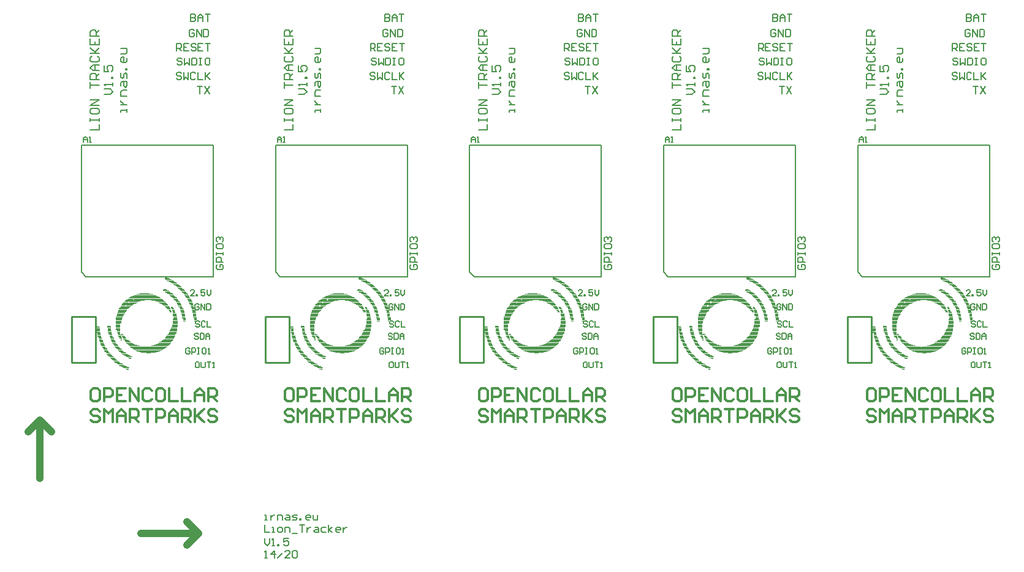
<source format=gto>
G04*
G04 #@! TF.GenerationSoftware,Altium Limited,Altium Designer,20.1.14 (287)*
G04*
G04 Layer_Color=65535*
%FSAX25Y25*%
%MOIN*%
G70*
G04*
G04 #@! TF.SameCoordinates,1811FDE6-F90D-4AF7-B065-783B26A83BD4*
G04*
G04*
G04 #@! TF.FilePolarity,Positive*
G04*
G01*
G75*
%ADD18C,0.00787*%
%ADD20C,0.01181*%
%ADD21C,0.03937*%
%ADD76C,0.01000*%
%ADD77C,0.00400*%
%ADD78C,0.00402*%
%ADD79C,0.00591*%
D18*
X0136614Y0022462D02*
X0137926D01*
X0137270D01*
Y0025086D01*
X0136614D01*
X0139894D02*
Y0022462D01*
Y0023774D01*
X0140550Y0024430D01*
X0141206Y0025086D01*
X0141862D01*
X0143830Y0022462D02*
Y0025086D01*
X0145798D01*
X0146453Y0024430D01*
Y0022462D01*
X0148421Y0025086D02*
X0149733D01*
X0150389Y0024430D01*
Y0022462D01*
X0148421D01*
X0147765Y0023118D01*
X0148421Y0023774D01*
X0150389D01*
X0151701Y0022462D02*
X0153669D01*
X0154325Y0023118D01*
X0153669Y0023774D01*
X0152357D01*
X0151701Y0024430D01*
X0152357Y0025086D01*
X0154325D01*
X0155637Y0022462D02*
Y0023118D01*
X0156293D01*
Y0022462D01*
X0155637D01*
X0160885D02*
X0159573D01*
X0158917Y0023118D01*
Y0024430D01*
X0159573Y0025086D01*
X0160885D01*
X0161540Y0024430D01*
Y0023774D01*
X0158917D01*
X0162852Y0025086D02*
Y0023118D01*
X0163508Y0022462D01*
X0165476D01*
Y0025086D01*
X0136614Y0019785D02*
Y0015850D01*
X0139238D01*
X0140550D02*
X0141862D01*
X0141206D01*
Y0018474D01*
X0140550D01*
X0144486Y0015850D02*
X0145798D01*
X0146453Y0016506D01*
Y0017818D01*
X0145798Y0018474D01*
X0144486D01*
X0143830Y0017818D01*
Y0016506D01*
X0144486Y0015850D01*
X0147765D02*
Y0018474D01*
X0149733D01*
X0150389Y0017818D01*
Y0015850D01*
X0151701Y0015194D02*
X0154325D01*
X0155637Y0019785D02*
X0158261D01*
X0156949D01*
Y0015850D01*
X0159573Y0018474D02*
Y0015850D01*
Y0017162D01*
X0160229Y0017818D01*
X0160885Y0018474D01*
X0161540D01*
X0164164D02*
X0165476D01*
X0166132Y0017818D01*
Y0015850D01*
X0164164D01*
X0163508Y0016506D01*
X0164164Y0017162D01*
X0166132D01*
X0170068Y0018474D02*
X0168100D01*
X0167444Y0017818D01*
Y0016506D01*
X0168100Y0015850D01*
X0170068D01*
X0171380D02*
Y0019785D01*
Y0017162D02*
X0173348Y0018474D01*
X0171380Y0017162D02*
X0173348Y0015850D01*
X0177284D02*
X0175972D01*
X0175316Y0016506D01*
Y0017818D01*
X0175972Y0018474D01*
X0177284D01*
X0177939Y0017818D01*
Y0017162D01*
X0175316D01*
X0179251Y0018474D02*
Y0015850D01*
Y0017162D01*
X0179907Y0017818D01*
X0180563Y0018474D01*
X0181219D01*
X0136614Y0012517D02*
Y0009893D01*
X0137926Y0008581D01*
X0139238Y0009893D01*
Y0012517D01*
X0140550Y0008581D02*
X0141862D01*
X0141206D01*
Y0012517D01*
X0140550Y0011861D01*
X0143830Y0008581D02*
Y0009237D01*
X0144486D01*
Y0008581D01*
X0143830D01*
X0149733Y0012517D02*
X0147109D01*
Y0010549D01*
X0148421Y0011205D01*
X0149077D01*
X0149733Y0010549D01*
Y0009237D01*
X0149077Y0008581D01*
X0147765D01*
X0147109Y0009237D01*
X0136614Y0001969D02*
X0137926D01*
X0137270D01*
Y0005904D01*
X0136614Y0005248D01*
X0141862Y0001969D02*
Y0005904D01*
X0139894Y0003936D01*
X0142518D01*
X0143830Y0001969D02*
X0146453Y0004592D01*
X0150389Y0001969D02*
X0147765D01*
X0150389Y0004592D01*
Y0005248D01*
X0149733Y0005904D01*
X0148421D01*
X0147765Y0005248D01*
X0151701D02*
X0152357Y0005904D01*
X0153669D01*
X0154325Y0005248D01*
Y0002624D01*
X0153669Y0001969D01*
X0152357D01*
X0151701Y0002624D01*
Y0005248D01*
X0037144Y0226627D02*
X0108798D01*
Y0154973D02*
Y0226627D01*
X0037144Y0157335D02*
Y0226627D01*
Y0157335D02*
X0039507Y0154973D01*
X0108798D01*
X0096439Y0297717D02*
Y0293781D01*
X0098407D01*
X0099063Y0294437D01*
Y0295093D01*
X0098407Y0295749D01*
X0096439D01*
X0098407D01*
X0099063Y0296405D01*
Y0297061D01*
X0098407Y0297717D01*
X0096439D01*
X0100375Y0293781D02*
Y0296405D01*
X0101687Y0297717D01*
X0102999Y0296405D01*
Y0293781D01*
Y0295749D01*
X0100375D01*
X0104311Y0297717D02*
X0106935D01*
X0105623D01*
Y0293781D01*
X0098251Y0288784D02*
X0097595Y0289440D01*
X0096283D01*
X0095627Y0288784D01*
Y0286160D01*
X0096283Y0285504D01*
X0097595D01*
X0098251Y0286160D01*
Y0287472D01*
X0096939D01*
X0099563Y0285504D02*
Y0289440D01*
X0102187Y0285504D01*
Y0289440D01*
X0103498D02*
Y0285504D01*
X0105466D01*
X0106122Y0286160D01*
Y0288784D01*
X0105466Y0289440D01*
X0103498D01*
X0088692Y0277981D02*
Y0281917D01*
X0090660D01*
X0091316Y0281261D01*
Y0279949D01*
X0090660Y0279293D01*
X0088692D01*
X0090004D02*
X0091316Y0277981D01*
X0095252Y0281917D02*
X0092628D01*
Y0277981D01*
X0095252D01*
X0092628Y0279949D02*
X0093940D01*
X0099188Y0281261D02*
X0098532Y0281917D01*
X0097220D01*
X0096564Y0281261D01*
Y0280605D01*
X0097220Y0279949D01*
X0098532D01*
X0099188Y0279293D01*
Y0278637D01*
X0098532Y0277981D01*
X0097220D01*
X0096564Y0278637D01*
X0103123Y0281917D02*
X0100499D01*
Y0277981D01*
X0103123D01*
X0100499Y0279949D02*
X0101811D01*
X0104435Y0281917D02*
X0107059D01*
X0105747D01*
Y0277981D01*
X0091746Y0273331D02*
X0091090Y0273987D01*
X0089778D01*
X0089122Y0273331D01*
Y0272675D01*
X0089778Y0272020D01*
X0091090D01*
X0091746Y0271363D01*
Y0270708D01*
X0091090Y0270052D01*
X0089778D01*
X0089122Y0270708D01*
X0093058Y0273987D02*
Y0270052D01*
X0094370Y0271363D01*
X0095682Y0270052D01*
Y0273987D01*
X0096993D02*
Y0270052D01*
X0098961D01*
X0099617Y0270708D01*
Y0273331D01*
X0098961Y0273987D01*
X0096993D01*
X0100929D02*
X0102241D01*
X0101585D01*
Y0270052D01*
X0100929D01*
X0102241D01*
X0106177Y0273987D02*
X0104865D01*
X0104209Y0273331D01*
Y0270708D01*
X0104865Y0270052D01*
X0106177D01*
X0106833Y0270708D01*
Y0273331D01*
X0106177Y0273987D01*
X0091215Y0265605D02*
X0090559Y0266261D01*
X0089247D01*
X0088591Y0265605D01*
Y0264949D01*
X0089247Y0264293D01*
X0090559D01*
X0091215Y0263637D01*
Y0262982D01*
X0090559Y0262326D01*
X0089247D01*
X0088591Y0262982D01*
X0092527Y0266261D02*
Y0262326D01*
X0093838Y0263637D01*
X0095150Y0262326D01*
Y0266261D01*
X0099086Y0265605D02*
X0098430Y0266261D01*
X0097118D01*
X0096462Y0265605D01*
Y0262982D01*
X0097118Y0262326D01*
X0098430D01*
X0099086Y0262982D01*
X0100398Y0266261D02*
Y0262326D01*
X0103022D01*
X0104334Y0266261D02*
Y0262326D01*
Y0263637D01*
X0106957Y0266261D01*
X0104990Y0264293D01*
X0106957Y0262326D01*
X0100065Y0258419D02*
X0102688D01*
X0101376D01*
Y0254483D01*
X0104000Y0258419D02*
X0106624Y0254483D01*
Y0258419D02*
X0104000Y0254483D01*
X0110893Y0161521D02*
X0110237Y0160865D01*
Y0159553D01*
X0110893Y0158897D01*
X0113517D01*
X0114173Y0159553D01*
Y0160865D01*
X0113517Y0161521D01*
X0112205D01*
Y0160209D01*
X0114173Y0162833D02*
X0110237D01*
Y0164801D01*
X0110893Y0165457D01*
X0112205D01*
X0112861Y0164801D01*
Y0162833D01*
X0110237Y0166769D02*
Y0168081D01*
Y0167425D01*
X0114173D01*
Y0166769D01*
Y0168081D01*
X0110237Y0172017D02*
Y0170705D01*
X0110893Y0170049D01*
X0113517D01*
X0114173Y0170705D01*
Y0172017D01*
X0113517Y0172673D01*
X0110893D01*
X0110237Y0172017D01*
X0110893Y0173985D02*
X0110237Y0174640D01*
Y0175952D01*
X0110893Y0176608D01*
X0111549D01*
X0112205Y0175952D01*
Y0175296D01*
Y0175952D01*
X0112861Y0176608D01*
X0113517D01*
X0114173Y0175952D01*
Y0174640D01*
X0113517Y0173985D01*
X0041817Y0234766D02*
X0046540D01*
Y0237914D01*
X0041817Y0239489D02*
Y0241063D01*
Y0240276D01*
X0046540D01*
Y0239489D01*
Y0241063D01*
X0041817Y0245786D02*
Y0244211D01*
X0042605Y0243424D01*
X0045753D01*
X0046540Y0244211D01*
Y0245786D01*
X0045753Y0246573D01*
X0042605D01*
X0041817Y0245786D01*
X0046540Y0248147D02*
X0041817D01*
X0046540Y0251296D01*
X0041817D01*
Y0257593D02*
Y0260741D01*
Y0259167D01*
X0046540D01*
Y0262316D02*
X0041817D01*
Y0264677D01*
X0042605Y0265464D01*
X0044179D01*
X0044966Y0264677D01*
Y0262316D01*
Y0263890D02*
X0046540Y0265464D01*
Y0267039D02*
X0043392D01*
X0041817Y0268613D01*
X0043392Y0270187D01*
X0046540D01*
X0044179D01*
Y0267039D01*
X0042605Y0274910D02*
X0041817Y0274123D01*
Y0272549D01*
X0042605Y0271761D01*
X0045753D01*
X0046540Y0272549D01*
Y0274123D01*
X0045753Y0274910D01*
X0041817Y0276484D02*
X0046540D01*
X0044966D01*
X0041817Y0279633D01*
X0044179Y0277272D01*
X0046540Y0279633D01*
X0041817Y0284356D02*
Y0281207D01*
X0046540D01*
Y0284356D01*
X0044179Y0281207D02*
Y0282782D01*
X0046540Y0285930D02*
X0041817D01*
Y0288292D01*
X0042605Y0289079D01*
X0044179D01*
X0044966Y0288292D01*
Y0285930D01*
Y0287505D02*
X0046540Y0289079D01*
X0049374Y0254051D02*
X0052523D01*
X0054097Y0255625D01*
X0052523Y0257199D01*
X0049374D01*
X0054097Y0258774D02*
Y0260348D01*
Y0259561D01*
X0049374D01*
X0050162Y0258774D01*
X0054097Y0262709D02*
X0053310D01*
Y0263496D01*
X0054097D01*
Y0262709D01*
X0049374Y0269794D02*
Y0266645D01*
X0051736D01*
X0050949Y0268219D01*
Y0269006D01*
X0051736Y0269794D01*
X0053310D01*
X0054097Y0269006D01*
Y0267432D01*
X0053310Y0266645D01*
X0061655Y0244605D02*
Y0246179D01*
Y0245392D01*
X0058506D01*
Y0244605D01*
Y0248541D02*
X0061655D01*
X0060080D01*
X0059293Y0249328D01*
X0058506Y0250115D01*
Y0250902D01*
X0061655Y0253264D02*
X0058506D01*
Y0255625D01*
X0059293Y0256412D01*
X0061655D01*
X0058506Y0258774D02*
Y0260348D01*
X0059293Y0261135D01*
X0061655D01*
Y0258774D01*
X0060868Y0257986D01*
X0060080Y0258774D01*
Y0261135D01*
X0061655Y0262709D02*
Y0265071D01*
X0060868Y0265858D01*
X0060080Y0265071D01*
Y0263496D01*
X0059293Y0262709D01*
X0058506Y0263496D01*
Y0265858D01*
X0061655Y0267432D02*
X0060868D01*
Y0268219D01*
X0061655D01*
Y0267432D01*
Y0273729D02*
Y0272155D01*
X0060868Y0271368D01*
X0059293D01*
X0058506Y0272155D01*
Y0273729D01*
X0059293Y0274517D01*
X0060080D01*
Y0271368D01*
X0058506Y0276091D02*
X0060868D01*
X0061655Y0276878D01*
Y0279239D01*
X0058506D01*
X0142658Y0226627D02*
X0214311D01*
Y0154973D02*
Y0226627D01*
X0142658Y0157335D02*
Y0226627D01*
Y0157335D02*
X0145020Y0154973D01*
X0214311D01*
X0201953Y0297717D02*
Y0293781D01*
X0203920D01*
X0204576Y0294437D01*
Y0295093D01*
X0203920Y0295749D01*
X0201953D01*
X0203920D01*
X0204576Y0296405D01*
Y0297061D01*
X0203920Y0297717D01*
X0201953D01*
X0205888Y0293781D02*
Y0296405D01*
X0207200Y0297717D01*
X0208512Y0296405D01*
Y0293781D01*
Y0295749D01*
X0205888D01*
X0209824Y0297717D02*
X0212448D01*
X0211136D01*
Y0293781D01*
X0203764Y0288784D02*
X0203108Y0289440D01*
X0201796D01*
X0201140Y0288784D01*
Y0286160D01*
X0201796Y0285504D01*
X0203108D01*
X0203764Y0286160D01*
Y0287472D01*
X0202452D01*
X0205076Y0285504D02*
Y0289440D01*
X0207700Y0285504D01*
Y0289440D01*
X0209012D02*
Y0285504D01*
X0210980D01*
X0211635Y0286160D01*
Y0288784D01*
X0210980Y0289440D01*
X0209012D01*
X0194205Y0277981D02*
Y0281917D01*
X0196173D01*
X0196829Y0281261D01*
Y0279949D01*
X0196173Y0279293D01*
X0194205D01*
X0195517D02*
X0196829Y0277981D01*
X0200765Y0281917D02*
X0198141D01*
Y0277981D01*
X0200765D01*
X0198141Y0279949D02*
X0199453D01*
X0204701Y0281261D02*
X0204045Y0281917D01*
X0202733D01*
X0202077Y0281261D01*
Y0280605D01*
X0202733Y0279949D01*
X0204045D01*
X0204701Y0279293D01*
Y0278637D01*
X0204045Y0277981D01*
X0202733D01*
X0202077Y0278637D01*
X0208636Y0281917D02*
X0206013D01*
Y0277981D01*
X0208636D01*
X0206013Y0279949D02*
X0207325D01*
X0209948Y0281917D02*
X0212572D01*
X0211260D01*
Y0277981D01*
X0197259Y0273331D02*
X0196603Y0273987D01*
X0195291D01*
X0194635Y0273331D01*
Y0272675D01*
X0195291Y0272020D01*
X0196603D01*
X0197259Y0271363D01*
Y0270708D01*
X0196603Y0270052D01*
X0195291D01*
X0194635Y0270708D01*
X0198571Y0273987D02*
Y0270052D01*
X0199883Y0271363D01*
X0201195Y0270052D01*
Y0273987D01*
X0202507D02*
Y0270052D01*
X0204474D01*
X0205130Y0270708D01*
Y0273331D01*
X0204474Y0273987D01*
X0202507D01*
X0206442D02*
X0207754D01*
X0207098D01*
Y0270052D01*
X0206442D01*
X0207754D01*
X0211690Y0273987D02*
X0210378D01*
X0209722Y0273331D01*
Y0270708D01*
X0210378Y0270052D01*
X0211690D01*
X0212346Y0270708D01*
Y0273331D01*
X0211690Y0273987D01*
X0196728Y0265605D02*
X0196072Y0266261D01*
X0194760D01*
X0194104Y0265605D01*
Y0264949D01*
X0194760Y0264293D01*
X0196072D01*
X0196728Y0263637D01*
Y0262982D01*
X0196072Y0262326D01*
X0194760D01*
X0194104Y0262982D01*
X0198040Y0266261D02*
Y0262326D01*
X0199352Y0263637D01*
X0200663Y0262326D01*
Y0266261D01*
X0204599Y0265605D02*
X0203943Y0266261D01*
X0202631D01*
X0201975Y0265605D01*
Y0262982D01*
X0202631Y0262326D01*
X0203943D01*
X0204599Y0262982D01*
X0205911Y0266261D02*
Y0262326D01*
X0208535D01*
X0209847Y0266261D02*
Y0262326D01*
Y0263637D01*
X0212471Y0266261D01*
X0210503Y0264293D01*
X0212471Y0262326D01*
X0205578Y0258419D02*
X0208202D01*
X0206890D01*
Y0254483D01*
X0209513Y0258419D02*
X0212137Y0254483D01*
Y0258419D02*
X0209513Y0254483D01*
X0216406Y0161521D02*
X0215751Y0160865D01*
Y0159553D01*
X0216406Y0158897D01*
X0219030D01*
X0219686Y0159553D01*
Y0160865D01*
X0219030Y0161521D01*
X0217718D01*
Y0160209D01*
X0219686Y0162833D02*
X0215751D01*
Y0164801D01*
X0216406Y0165457D01*
X0217718D01*
X0218374Y0164801D01*
Y0162833D01*
X0215751Y0166769D02*
Y0168081D01*
Y0167425D01*
X0219686D01*
Y0166769D01*
Y0168081D01*
X0215751Y0172017D02*
Y0170705D01*
X0216406Y0170049D01*
X0219030D01*
X0219686Y0170705D01*
Y0172017D01*
X0219030Y0172673D01*
X0216406D01*
X0215751Y0172017D01*
X0216406Y0173985D02*
X0215751Y0174640D01*
Y0175952D01*
X0216406Y0176608D01*
X0217062D01*
X0217718Y0175952D01*
Y0175296D01*
Y0175952D01*
X0218374Y0176608D01*
X0219030D01*
X0219686Y0175952D01*
Y0174640D01*
X0219030Y0173985D01*
X0147330Y0234766D02*
X0152053D01*
Y0237914D01*
X0147330Y0239489D02*
Y0241063D01*
Y0240276D01*
X0152053D01*
Y0239489D01*
Y0241063D01*
X0147330Y0245786D02*
Y0244211D01*
X0148118Y0243424D01*
X0151266D01*
X0152053Y0244211D01*
Y0245786D01*
X0151266Y0246573D01*
X0148118D01*
X0147330Y0245786D01*
X0152053Y0248147D02*
X0147330D01*
X0152053Y0251296D01*
X0147330D01*
Y0257593D02*
Y0260741D01*
Y0259167D01*
X0152053D01*
Y0262316D02*
X0147330D01*
Y0264677D01*
X0148118Y0265464D01*
X0149692D01*
X0150479Y0264677D01*
Y0262316D01*
Y0263890D02*
X0152053Y0265464D01*
Y0267039D02*
X0148905D01*
X0147330Y0268613D01*
X0148905Y0270187D01*
X0152053D01*
X0149692D01*
Y0267039D01*
X0148118Y0274910D02*
X0147330Y0274123D01*
Y0272549D01*
X0148118Y0271761D01*
X0151266D01*
X0152053Y0272549D01*
Y0274123D01*
X0151266Y0274910D01*
X0147330Y0276484D02*
X0152053D01*
X0150479D01*
X0147330Y0279633D01*
X0149692Y0277272D01*
X0152053Y0279633D01*
X0147330Y0284356D02*
Y0281207D01*
X0152053D01*
Y0284356D01*
X0149692Y0281207D02*
Y0282782D01*
X0152053Y0285930D02*
X0147330D01*
Y0288292D01*
X0148118Y0289079D01*
X0149692D01*
X0150479Y0288292D01*
Y0285930D01*
Y0287505D02*
X0152053Y0289079D01*
X0154888Y0254051D02*
X0158036D01*
X0159611Y0255625D01*
X0158036Y0257199D01*
X0154888D01*
X0159611Y0258774D02*
Y0260348D01*
Y0259561D01*
X0154888D01*
X0155675Y0258774D01*
X0159611Y0262709D02*
X0158824D01*
Y0263496D01*
X0159611D01*
Y0262709D01*
X0154888Y0269794D02*
Y0266645D01*
X0157249D01*
X0156462Y0268219D01*
Y0269006D01*
X0157249Y0269794D01*
X0158824D01*
X0159611Y0269006D01*
Y0267432D01*
X0158824Y0266645D01*
X0167168Y0244605D02*
Y0246179D01*
Y0245392D01*
X0164019D01*
Y0244605D01*
Y0248541D02*
X0167168D01*
X0165594D01*
X0164806Y0249328D01*
X0164019Y0250115D01*
Y0250902D01*
X0167168Y0253264D02*
X0164019D01*
Y0255625D01*
X0164806Y0256412D01*
X0167168D01*
X0164019Y0258774D02*
Y0260348D01*
X0164806Y0261135D01*
X0167168D01*
Y0258774D01*
X0166381Y0257986D01*
X0165594Y0258774D01*
Y0261135D01*
X0167168Y0262709D02*
Y0265071D01*
X0166381Y0265858D01*
X0165594Y0265071D01*
Y0263496D01*
X0164806Y0262709D01*
X0164019Y0263496D01*
Y0265858D01*
X0167168Y0267432D02*
X0166381D01*
Y0268219D01*
X0167168D01*
Y0267432D01*
Y0273729D02*
Y0272155D01*
X0166381Y0271368D01*
X0164806D01*
X0164019Y0272155D01*
Y0273729D01*
X0164806Y0274517D01*
X0165594D01*
Y0271368D01*
X0164019Y0276091D02*
X0166381D01*
X0167168Y0276878D01*
Y0279239D01*
X0164019D01*
X0248171Y0226627D02*
X0319824D01*
Y0154973D02*
Y0226627D01*
X0248171Y0157335D02*
Y0226627D01*
Y0157335D02*
X0250533Y0154973D01*
X0319824D01*
X0307466Y0297717D02*
Y0293781D01*
X0309434D01*
X0310090Y0294437D01*
Y0295093D01*
X0309434Y0295749D01*
X0307466D01*
X0309434D01*
X0310090Y0296405D01*
Y0297061D01*
X0309434Y0297717D01*
X0307466D01*
X0311402Y0293781D02*
Y0296405D01*
X0312713Y0297717D01*
X0314025Y0296405D01*
Y0293781D01*
Y0295749D01*
X0311402D01*
X0315337Y0297717D02*
X0317961D01*
X0316649D01*
Y0293781D01*
X0309277Y0288784D02*
X0308621Y0289440D01*
X0307309D01*
X0306653Y0288784D01*
Y0286160D01*
X0307309Y0285504D01*
X0308621D01*
X0309277Y0286160D01*
Y0287472D01*
X0307965D01*
X0310589Y0285504D02*
Y0289440D01*
X0313213Y0285504D01*
Y0289440D01*
X0314525D02*
Y0285504D01*
X0316493D01*
X0317149Y0286160D01*
Y0288784D01*
X0316493Y0289440D01*
X0314525D01*
X0299719Y0277981D02*
Y0281917D01*
X0301687D01*
X0302343Y0281261D01*
Y0279949D01*
X0301687Y0279293D01*
X0299719D01*
X0301031D02*
X0302343Y0277981D01*
X0306278Y0281917D02*
X0303655D01*
Y0277981D01*
X0306278D01*
X0303655Y0279949D02*
X0304966D01*
X0310214Y0281261D02*
X0309558Y0281917D01*
X0308246D01*
X0307590Y0281261D01*
Y0280605D01*
X0308246Y0279949D01*
X0309558D01*
X0310214Y0279293D01*
Y0278637D01*
X0309558Y0277981D01*
X0308246D01*
X0307590Y0278637D01*
X0314150Y0281917D02*
X0311526D01*
Y0277981D01*
X0314150D01*
X0311526Y0279949D02*
X0312838D01*
X0315462Y0281917D02*
X0318086D01*
X0316774D01*
Y0277981D01*
X0302772Y0273331D02*
X0302116Y0273987D01*
X0300804D01*
X0300148Y0273331D01*
Y0272675D01*
X0300804Y0272020D01*
X0302116D01*
X0302772Y0271363D01*
Y0270708D01*
X0302116Y0270052D01*
X0300804D01*
X0300148Y0270708D01*
X0304084Y0273987D02*
Y0270052D01*
X0305396Y0271363D01*
X0306708Y0270052D01*
Y0273987D01*
X0308020D02*
Y0270052D01*
X0309988D01*
X0310644Y0270708D01*
Y0273331D01*
X0309988Y0273987D01*
X0308020D01*
X0311956D02*
X0313267D01*
X0312612D01*
Y0270052D01*
X0311956D01*
X0313267D01*
X0317203Y0273987D02*
X0315891D01*
X0315235Y0273331D01*
Y0270708D01*
X0315891Y0270052D01*
X0317203D01*
X0317859Y0270708D01*
Y0273331D01*
X0317203Y0273987D01*
X0302241Y0265605D02*
X0301585Y0266261D01*
X0300273D01*
X0299617Y0265605D01*
Y0264949D01*
X0300273Y0264293D01*
X0301585D01*
X0302241Y0263637D01*
Y0262982D01*
X0301585Y0262326D01*
X0300273D01*
X0299617Y0262982D01*
X0303553Y0266261D02*
Y0262326D01*
X0304865Y0263637D01*
X0306177Y0262326D01*
Y0266261D01*
X0310113Y0265605D02*
X0309456Y0266261D01*
X0308145D01*
X0307489Y0265605D01*
Y0262982D01*
X0308145Y0262326D01*
X0309456D01*
X0310113Y0262982D01*
X0311424Y0266261D02*
Y0262326D01*
X0314048D01*
X0315360Y0266261D02*
Y0262326D01*
Y0263637D01*
X0317984Y0266261D01*
X0316016Y0264293D01*
X0317984Y0262326D01*
X0311091Y0258419D02*
X0313715D01*
X0312403D01*
Y0254483D01*
X0315027Y0258419D02*
X0317651Y0254483D01*
Y0258419D02*
X0315027Y0254483D01*
X0321920Y0161521D02*
X0321264Y0160865D01*
Y0159553D01*
X0321920Y0158897D01*
X0324543D01*
X0325200Y0159553D01*
Y0160865D01*
X0324543Y0161521D01*
X0323232D01*
Y0160209D01*
X0325200Y0162833D02*
X0321264D01*
Y0164801D01*
X0321920Y0165457D01*
X0323232D01*
X0323888Y0164801D01*
Y0162833D01*
X0321264Y0166769D02*
Y0168081D01*
Y0167425D01*
X0325200D01*
Y0166769D01*
Y0168081D01*
X0321264Y0172017D02*
Y0170705D01*
X0321920Y0170049D01*
X0324543D01*
X0325200Y0170705D01*
Y0172017D01*
X0324543Y0172673D01*
X0321920D01*
X0321264Y0172017D01*
X0321920Y0173985D02*
X0321264Y0174640D01*
Y0175952D01*
X0321920Y0176608D01*
X0322576D01*
X0323232Y0175952D01*
Y0175296D01*
Y0175952D01*
X0323888Y0176608D01*
X0324543D01*
X0325200Y0175952D01*
Y0174640D01*
X0324543Y0173985D01*
X0252844Y0234766D02*
X0257567D01*
Y0237914D01*
X0252844Y0239489D02*
Y0241063D01*
Y0240276D01*
X0257567D01*
Y0239489D01*
Y0241063D01*
X0252844Y0245786D02*
Y0244211D01*
X0253631Y0243424D01*
X0256780D01*
X0257567Y0244211D01*
Y0245786D01*
X0256780Y0246573D01*
X0253631D01*
X0252844Y0245786D01*
X0257567Y0248147D02*
X0252844D01*
X0257567Y0251296D01*
X0252844D01*
Y0257593D02*
Y0260741D01*
Y0259167D01*
X0257567D01*
Y0262316D02*
X0252844D01*
Y0264677D01*
X0253631Y0265464D01*
X0255205D01*
X0255992Y0264677D01*
Y0262316D01*
Y0263890D02*
X0257567Y0265464D01*
Y0267039D02*
X0254418D01*
X0252844Y0268613D01*
X0254418Y0270187D01*
X0257567D01*
X0255205D01*
Y0267039D01*
X0253631Y0274910D02*
X0252844Y0274123D01*
Y0272549D01*
X0253631Y0271761D01*
X0256780D01*
X0257567Y0272549D01*
Y0274123D01*
X0256780Y0274910D01*
X0252844Y0276484D02*
X0257567D01*
X0255992D01*
X0252844Y0279633D01*
X0255205Y0277272D01*
X0257567Y0279633D01*
X0252844Y0284356D02*
Y0281207D01*
X0257567D01*
Y0284356D01*
X0255205Y0281207D02*
Y0282782D01*
X0257567Y0285930D02*
X0252844D01*
Y0288292D01*
X0253631Y0289079D01*
X0255205D01*
X0255992Y0288292D01*
Y0285930D01*
Y0287505D02*
X0257567Y0289079D01*
X0260401Y0254051D02*
X0263550D01*
X0265124Y0255625D01*
X0263550Y0257199D01*
X0260401D01*
X0265124Y0258774D02*
Y0260348D01*
Y0259561D01*
X0260401D01*
X0261188Y0258774D01*
X0265124Y0262709D02*
X0264337D01*
Y0263496D01*
X0265124D01*
Y0262709D01*
X0260401Y0269794D02*
Y0266645D01*
X0262762D01*
X0261975Y0268219D01*
Y0269006D01*
X0262762Y0269794D01*
X0264337D01*
X0265124Y0269006D01*
Y0267432D01*
X0264337Y0266645D01*
X0272681Y0244605D02*
Y0246179D01*
Y0245392D01*
X0269532D01*
Y0244605D01*
Y0248541D02*
X0272681D01*
X0271107D01*
X0270320Y0249328D01*
X0269532Y0250115D01*
Y0250902D01*
X0272681Y0253264D02*
X0269532D01*
Y0255625D01*
X0270320Y0256412D01*
X0272681D01*
X0269532Y0258774D02*
Y0260348D01*
X0270320Y0261135D01*
X0272681D01*
Y0258774D01*
X0271894Y0257986D01*
X0271107Y0258774D01*
Y0261135D01*
X0272681Y0262709D02*
Y0265071D01*
X0271894Y0265858D01*
X0271107Y0265071D01*
Y0263496D01*
X0270320Y0262709D01*
X0269532Y0263496D01*
Y0265858D01*
X0272681Y0267432D02*
X0271894D01*
Y0268219D01*
X0272681D01*
Y0267432D01*
Y0273729D02*
Y0272155D01*
X0271894Y0271368D01*
X0270320D01*
X0269532Y0272155D01*
Y0273729D01*
X0270320Y0274517D01*
X0271107D01*
Y0271368D01*
X0269532Y0276091D02*
X0271894D01*
X0272681Y0276878D01*
Y0279239D01*
X0269532D01*
X0353684Y0226627D02*
X0425338D01*
Y0154973D02*
Y0226627D01*
X0353684Y0157335D02*
Y0226627D01*
Y0157335D02*
X0356046Y0154973D01*
X0425338D01*
X0412979Y0297717D02*
Y0293781D01*
X0414947D01*
X0415603Y0294437D01*
Y0295093D01*
X0414947Y0295749D01*
X0412979D01*
X0414947D01*
X0415603Y0296405D01*
Y0297061D01*
X0414947Y0297717D01*
X0412979D01*
X0416915Y0293781D02*
Y0296405D01*
X0418227Y0297717D01*
X0419539Y0296405D01*
Y0293781D01*
Y0295749D01*
X0416915D01*
X0420851Y0297717D02*
X0423474D01*
X0422162D01*
Y0293781D01*
X0414790Y0288784D02*
X0414135Y0289440D01*
X0412823D01*
X0412167Y0288784D01*
Y0286160D01*
X0412823Y0285504D01*
X0414135D01*
X0414790Y0286160D01*
Y0287472D01*
X0413479D01*
X0416102Y0285504D02*
Y0289440D01*
X0418726Y0285504D01*
Y0289440D01*
X0420038D02*
Y0285504D01*
X0422006D01*
X0422662Y0286160D01*
Y0288784D01*
X0422006Y0289440D01*
X0420038D01*
X0405232Y0277981D02*
Y0281917D01*
X0407200D01*
X0407856Y0281261D01*
Y0279949D01*
X0407200Y0279293D01*
X0405232D01*
X0406544D02*
X0407856Y0277981D01*
X0411792Y0281917D02*
X0409168D01*
Y0277981D01*
X0411792D01*
X0409168Y0279949D02*
X0410480D01*
X0415727Y0281261D02*
X0415071Y0281917D01*
X0413759D01*
X0413103Y0281261D01*
Y0280605D01*
X0413759Y0279949D01*
X0415071D01*
X0415727Y0279293D01*
Y0278637D01*
X0415071Y0277981D01*
X0413759D01*
X0413103Y0278637D01*
X0419663Y0281917D02*
X0417039D01*
Y0277981D01*
X0419663D01*
X0417039Y0279949D02*
X0418351D01*
X0420975Y0281917D02*
X0423599D01*
X0422287D01*
Y0277981D01*
X0408285Y0273331D02*
X0407629Y0273987D01*
X0406318D01*
X0405662Y0273331D01*
Y0272675D01*
X0406318Y0272020D01*
X0407629D01*
X0408285Y0271363D01*
Y0270708D01*
X0407629Y0270052D01*
X0406318D01*
X0405662Y0270708D01*
X0409597Y0273987D02*
Y0270052D01*
X0410909Y0271363D01*
X0412221Y0270052D01*
Y0273987D01*
X0413533D02*
Y0270052D01*
X0415501D01*
X0416157Y0270708D01*
Y0273331D01*
X0415501Y0273987D01*
X0413533D01*
X0417469D02*
X0418781D01*
X0418125D01*
Y0270052D01*
X0417469D01*
X0418781D01*
X0422716Y0273987D02*
X0421405D01*
X0420749Y0273331D01*
Y0270708D01*
X0421405Y0270052D01*
X0422716D01*
X0423372Y0270708D01*
Y0273331D01*
X0422716Y0273987D01*
X0407754Y0265605D02*
X0407098Y0266261D01*
X0405786D01*
X0405130Y0265605D01*
Y0264949D01*
X0405786Y0264293D01*
X0407098D01*
X0407754Y0263637D01*
Y0262982D01*
X0407098Y0262326D01*
X0405786D01*
X0405130Y0262982D01*
X0409066Y0266261D02*
Y0262326D01*
X0410378Y0263637D01*
X0411690Y0262326D01*
Y0266261D01*
X0415626Y0265605D02*
X0414970Y0266261D01*
X0413658D01*
X0413002Y0265605D01*
Y0262982D01*
X0413658Y0262326D01*
X0414970D01*
X0415626Y0262982D01*
X0416938Y0266261D02*
Y0262326D01*
X0419561D01*
X0420873Y0266261D02*
Y0262326D01*
Y0263637D01*
X0423497Y0266261D01*
X0421529Y0264293D01*
X0423497Y0262326D01*
X0416604Y0258419D02*
X0419228D01*
X0417916D01*
Y0254483D01*
X0420540Y0258419D02*
X0423164Y0254483D01*
Y0258419D02*
X0420540Y0254483D01*
X0427433Y0161521D02*
X0426777Y0160865D01*
Y0159553D01*
X0427433Y0158897D01*
X0430057D01*
X0430713Y0159553D01*
Y0160865D01*
X0430057Y0161521D01*
X0428745D01*
Y0160209D01*
X0430713Y0162833D02*
X0426777D01*
Y0164801D01*
X0427433Y0165457D01*
X0428745D01*
X0429401Y0164801D01*
Y0162833D01*
X0426777Y0166769D02*
Y0168081D01*
Y0167425D01*
X0430713D01*
Y0166769D01*
Y0168081D01*
X0426777Y0172017D02*
Y0170705D01*
X0427433Y0170049D01*
X0430057D01*
X0430713Y0170705D01*
Y0172017D01*
X0430057Y0172673D01*
X0427433D01*
X0426777Y0172017D01*
X0427433Y0173985D02*
X0426777Y0174640D01*
Y0175952D01*
X0427433Y0176608D01*
X0428089D01*
X0428745Y0175952D01*
Y0175296D01*
Y0175952D01*
X0429401Y0176608D01*
X0430057D01*
X0430713Y0175952D01*
Y0174640D01*
X0430057Y0173985D01*
X0358357Y0234766D02*
X0363080D01*
Y0237914D01*
X0358357Y0239489D02*
Y0241063D01*
Y0240276D01*
X0363080D01*
Y0239489D01*
Y0241063D01*
X0358357Y0245786D02*
Y0244211D01*
X0359144Y0243424D01*
X0362293D01*
X0363080Y0244211D01*
Y0245786D01*
X0362293Y0246573D01*
X0359144D01*
X0358357Y0245786D01*
X0363080Y0248147D02*
X0358357D01*
X0363080Y0251296D01*
X0358357D01*
Y0257593D02*
Y0260741D01*
Y0259167D01*
X0363080D01*
Y0262316D02*
X0358357D01*
Y0264677D01*
X0359144Y0265464D01*
X0360718D01*
X0361506Y0264677D01*
Y0262316D01*
Y0263890D02*
X0363080Y0265464D01*
Y0267039D02*
X0359931D01*
X0358357Y0268613D01*
X0359931Y0270187D01*
X0363080D01*
X0360718D01*
Y0267039D01*
X0359144Y0274910D02*
X0358357Y0274123D01*
Y0272549D01*
X0359144Y0271761D01*
X0362293D01*
X0363080Y0272549D01*
Y0274123D01*
X0362293Y0274910D01*
X0358357Y0276484D02*
X0363080D01*
X0361506D01*
X0358357Y0279633D01*
X0360718Y0277272D01*
X0363080Y0279633D01*
X0358357Y0284356D02*
Y0281207D01*
X0363080D01*
Y0284356D01*
X0360718Y0281207D02*
Y0282782D01*
X0363080Y0285930D02*
X0358357D01*
Y0288292D01*
X0359144Y0289079D01*
X0360718D01*
X0361506Y0288292D01*
Y0285930D01*
Y0287505D02*
X0363080Y0289079D01*
X0365914Y0254051D02*
X0369063D01*
X0370637Y0255625D01*
X0369063Y0257199D01*
X0365914D01*
X0370637Y0258774D02*
Y0260348D01*
Y0259561D01*
X0365914D01*
X0366701Y0258774D01*
X0370637Y0262709D02*
X0369850D01*
Y0263496D01*
X0370637D01*
Y0262709D01*
X0365914Y0269794D02*
Y0266645D01*
X0368276D01*
X0367489Y0268219D01*
Y0269006D01*
X0368276Y0269794D01*
X0369850D01*
X0370637Y0269006D01*
Y0267432D01*
X0369850Y0266645D01*
X0378194Y0244605D02*
Y0246179D01*
Y0245392D01*
X0375046D01*
Y0244605D01*
Y0248541D02*
X0378194D01*
X0376620D01*
X0375833Y0249328D01*
X0375046Y0250115D01*
Y0250902D01*
X0378194Y0253264D02*
X0375046D01*
Y0255625D01*
X0375833Y0256412D01*
X0378194D01*
X0375046Y0258774D02*
Y0260348D01*
X0375833Y0261135D01*
X0378194D01*
Y0258774D01*
X0377407Y0257986D01*
X0376620Y0258774D01*
Y0261135D01*
X0378194Y0262709D02*
Y0265071D01*
X0377407Y0265858D01*
X0376620Y0265071D01*
Y0263496D01*
X0375833Y0262709D01*
X0375046Y0263496D01*
Y0265858D01*
X0378194Y0267432D02*
X0377407D01*
Y0268219D01*
X0378194D01*
Y0267432D01*
Y0273729D02*
Y0272155D01*
X0377407Y0271368D01*
X0375833D01*
X0375046Y0272155D01*
Y0273729D01*
X0375833Y0274517D01*
X0376620D01*
Y0271368D01*
X0375046Y0276091D02*
X0377407D01*
X0378194Y0276878D01*
Y0279239D01*
X0375046D01*
X0459197Y0226627D02*
X0530851D01*
Y0154973D02*
Y0226627D01*
X0459197Y0157335D02*
Y0226627D01*
Y0157335D02*
X0461559Y0154973D01*
X0530851D01*
X0518492Y0297717D02*
Y0293781D01*
X0520460D01*
X0521116Y0294437D01*
Y0295093D01*
X0520460Y0295749D01*
X0518492D01*
X0520460D01*
X0521116Y0296405D01*
Y0297061D01*
X0520460Y0297717D01*
X0518492D01*
X0522428Y0293781D02*
Y0296405D01*
X0523740Y0297717D01*
X0525052Y0296405D01*
Y0293781D01*
Y0295749D01*
X0522428D01*
X0526364Y0297717D02*
X0528988D01*
X0527676D01*
Y0293781D01*
X0520304Y0288784D02*
X0519648Y0289440D01*
X0518336D01*
X0517680Y0288784D01*
Y0286160D01*
X0518336Y0285504D01*
X0519648D01*
X0520304Y0286160D01*
Y0287472D01*
X0518992D01*
X0521616Y0285504D02*
Y0289440D01*
X0524239Y0285504D01*
Y0289440D01*
X0525551D02*
Y0285504D01*
X0527519D01*
X0528175Y0286160D01*
Y0288784D01*
X0527519Y0289440D01*
X0525551D01*
X0510745Y0277981D02*
Y0281917D01*
X0512713D01*
X0513369Y0281261D01*
Y0279949D01*
X0512713Y0279293D01*
X0510745D01*
X0512057D02*
X0513369Y0277981D01*
X0517305Y0281917D02*
X0514681D01*
Y0277981D01*
X0517305D01*
X0514681Y0279949D02*
X0515993D01*
X0521241Y0281261D02*
X0520584Y0281917D01*
X0519273D01*
X0518617Y0281261D01*
Y0280605D01*
X0519273Y0279949D01*
X0520584D01*
X0521241Y0279293D01*
Y0278637D01*
X0520584Y0277981D01*
X0519273D01*
X0518617Y0278637D01*
X0525176Y0281917D02*
X0522552D01*
Y0277981D01*
X0525176D01*
X0522552Y0279949D02*
X0523864D01*
X0526488Y0281917D02*
X0529112D01*
X0527800D01*
Y0277981D01*
X0513799Y0273331D02*
X0513143Y0273987D01*
X0511831D01*
X0511175Y0273331D01*
Y0272675D01*
X0511831Y0272020D01*
X0513143D01*
X0513799Y0271363D01*
Y0270708D01*
X0513143Y0270052D01*
X0511831D01*
X0511175Y0270708D01*
X0515110Y0273987D02*
Y0270052D01*
X0516422Y0271363D01*
X0517734Y0270052D01*
Y0273987D01*
X0519046D02*
Y0270052D01*
X0521014D01*
X0521670Y0270708D01*
Y0273331D01*
X0521014Y0273987D01*
X0519046D01*
X0522982D02*
X0524294D01*
X0523638D01*
Y0270052D01*
X0522982D01*
X0524294D01*
X0528230Y0273987D02*
X0526918D01*
X0526262Y0273331D01*
Y0270708D01*
X0526918Y0270052D01*
X0528230D01*
X0528886Y0270708D01*
Y0273331D01*
X0528230Y0273987D01*
X0513267Y0265605D02*
X0512611Y0266261D01*
X0511300D01*
X0510644Y0265605D01*
Y0264949D01*
X0511300Y0264293D01*
X0512611D01*
X0513267Y0263637D01*
Y0262982D01*
X0512611Y0262326D01*
X0511300D01*
X0510644Y0262982D01*
X0514579Y0266261D02*
Y0262326D01*
X0515891Y0263637D01*
X0517203Y0262326D01*
Y0266261D01*
X0521139Y0265605D02*
X0520483Y0266261D01*
X0519171D01*
X0518515Y0265605D01*
Y0262982D01*
X0519171Y0262326D01*
X0520483D01*
X0521139Y0262982D01*
X0522451Y0266261D02*
Y0262326D01*
X0525075D01*
X0526387Y0266261D02*
Y0262326D01*
Y0263637D01*
X0529010Y0266261D01*
X0527042Y0264293D01*
X0529010Y0262326D01*
X0522117Y0258419D02*
X0524741D01*
X0523429D01*
Y0254483D01*
X0526053Y0258419D02*
X0528677Y0254483D01*
Y0258419D02*
X0526053Y0254483D01*
X0532946Y0161521D02*
X0532290Y0160865D01*
Y0159553D01*
X0532946Y0158897D01*
X0535570D01*
X0536226Y0159553D01*
Y0160865D01*
X0535570Y0161521D01*
X0534258D01*
Y0160209D01*
X0536226Y0162833D02*
X0532290D01*
Y0164801D01*
X0532946Y0165457D01*
X0534258D01*
X0534914Y0164801D01*
Y0162833D01*
X0532290Y0166769D02*
Y0168081D01*
Y0167425D01*
X0536226D01*
Y0166769D01*
Y0168081D01*
X0532290Y0172017D02*
Y0170705D01*
X0532946Y0170049D01*
X0535570D01*
X0536226Y0170705D01*
Y0172017D01*
X0535570Y0172673D01*
X0532946D01*
X0532290Y0172017D01*
X0532946Y0173985D02*
X0532290Y0174640D01*
Y0175952D01*
X0532946Y0176608D01*
X0533602D01*
X0534258Y0175952D01*
Y0175296D01*
Y0175952D01*
X0534914Y0176608D01*
X0535570D01*
X0536226Y0175952D01*
Y0174640D01*
X0535570Y0173985D01*
X0463870Y0234766D02*
X0468593D01*
Y0237914D01*
X0463870Y0239489D02*
Y0241063D01*
Y0240276D01*
X0468593D01*
Y0239489D01*
Y0241063D01*
X0463870Y0245786D02*
Y0244211D01*
X0464657Y0243424D01*
X0467806D01*
X0468593Y0244211D01*
Y0245786D01*
X0467806Y0246573D01*
X0464657D01*
X0463870Y0245786D01*
X0468593Y0248147D02*
X0463870D01*
X0468593Y0251296D01*
X0463870D01*
Y0257593D02*
Y0260741D01*
Y0259167D01*
X0468593D01*
Y0262316D02*
X0463870D01*
Y0264677D01*
X0464657Y0265464D01*
X0466232D01*
X0467019Y0264677D01*
Y0262316D01*
Y0263890D02*
X0468593Y0265464D01*
Y0267039D02*
X0465445D01*
X0463870Y0268613D01*
X0465445Y0270187D01*
X0468593D01*
X0466232D01*
Y0267039D01*
X0464657Y0274910D02*
X0463870Y0274123D01*
Y0272549D01*
X0464657Y0271761D01*
X0467806D01*
X0468593Y0272549D01*
Y0274123D01*
X0467806Y0274910D01*
X0463870Y0276484D02*
X0468593D01*
X0467019D01*
X0463870Y0279633D01*
X0466232Y0277272D01*
X0468593Y0279633D01*
X0463870Y0284356D02*
Y0281207D01*
X0468593D01*
Y0284356D01*
X0466232Y0281207D02*
Y0282782D01*
X0468593Y0285930D02*
X0463870D01*
Y0288292D01*
X0464657Y0289079D01*
X0466232D01*
X0467019Y0288292D01*
Y0285930D01*
Y0287505D02*
X0468593Y0289079D01*
X0471427Y0254051D02*
X0474576D01*
X0476150Y0255625D01*
X0474576Y0257199D01*
X0471427D01*
X0476150Y0258774D02*
Y0260348D01*
Y0259561D01*
X0471427D01*
X0472215Y0258774D01*
X0476150Y0262709D02*
X0475363D01*
Y0263496D01*
X0476150D01*
Y0262709D01*
X0471427Y0269794D02*
Y0266645D01*
X0473789D01*
X0473002Y0268219D01*
Y0269006D01*
X0473789Y0269794D01*
X0475363D01*
X0476150Y0269006D01*
Y0267432D01*
X0475363Y0266645D01*
X0483708Y0244605D02*
Y0246179D01*
Y0245392D01*
X0480559D01*
Y0244605D01*
Y0248541D02*
X0483708D01*
X0482133D01*
X0481346Y0249328D01*
X0480559Y0250115D01*
Y0250902D01*
X0483708Y0253264D02*
X0480559D01*
Y0255625D01*
X0481346Y0256412D01*
X0483708D01*
X0480559Y0258774D02*
Y0260348D01*
X0481346Y0261135D01*
X0483708D01*
Y0258774D01*
X0482920Y0257986D01*
X0482133Y0258774D01*
Y0261135D01*
X0483708Y0262709D02*
Y0265071D01*
X0482920Y0265858D01*
X0482133Y0265071D01*
Y0263496D01*
X0481346Y0262709D01*
X0480559Y0263496D01*
Y0265858D01*
X0483708Y0267432D02*
X0482920D01*
Y0268219D01*
X0483708D01*
Y0267432D01*
Y0273729D02*
Y0272155D01*
X0482920Y0271368D01*
X0481346D01*
X0480559Y0272155D01*
Y0273729D01*
X0481346Y0274517D01*
X0482133D01*
Y0271368D01*
X0480559Y0276091D02*
X0482920D01*
X0483708Y0276878D01*
Y0279239D01*
X0480559D01*
D20*
X0045708Y0094089D02*
X0043347D01*
X0042166Y0092908D01*
Y0088185D01*
X0043347Y0087004D01*
X0045708D01*
X0046889Y0088185D01*
Y0092908D01*
X0045708Y0094089D01*
X0049251Y0087004D02*
Y0094089D01*
X0052793D01*
X0053974Y0092908D01*
Y0090546D01*
X0052793Y0089366D01*
X0049251D01*
X0061058Y0094089D02*
X0056335D01*
Y0087004D01*
X0061058D01*
X0056335Y0090546D02*
X0058696D01*
X0063419Y0087004D02*
Y0094089D01*
X0068142Y0087004D01*
Y0094089D01*
X0075226Y0092908D02*
X0074046Y0094089D01*
X0071684D01*
X0070503Y0092908D01*
Y0088185D01*
X0071684Y0087004D01*
X0074046D01*
X0075226Y0088185D01*
X0081130Y0094089D02*
X0078769D01*
X0077588Y0092908D01*
Y0088185D01*
X0078769Y0087004D01*
X0081130D01*
X0082311Y0088185D01*
Y0092908D01*
X0081130Y0094089D01*
X0084672D02*
Y0087004D01*
X0089395D01*
X0091756Y0094089D02*
Y0087004D01*
X0096479D01*
X0098841D02*
Y0091727D01*
X0101202Y0094089D01*
X0103564Y0091727D01*
Y0087004D01*
Y0090546D01*
X0098841D01*
X0105925Y0087004D02*
Y0094089D01*
X0109467D01*
X0110648Y0092908D01*
Y0090546D01*
X0109467Y0089366D01*
X0105925D01*
X0108287D02*
X0110648Y0087004D01*
X0046889Y0081572D02*
X0045708Y0082753D01*
X0043347D01*
X0042166Y0081572D01*
Y0080391D01*
X0043347Y0079211D01*
X0045708D01*
X0046889Y0078030D01*
Y0076849D01*
X0045708Y0075668D01*
X0043347D01*
X0042166Y0076849D01*
X0049251Y0075668D02*
Y0082753D01*
X0051612Y0080391D01*
X0053974Y0082753D01*
Y0075668D01*
X0056335D02*
Y0080391D01*
X0058696Y0082753D01*
X0061058Y0080391D01*
Y0075668D01*
Y0079211D01*
X0056335D01*
X0063419Y0075668D02*
Y0082753D01*
X0066961D01*
X0068142Y0081572D01*
Y0079211D01*
X0066961Y0078030D01*
X0063419D01*
X0065781D02*
X0068142Y0075668D01*
X0070503Y0082753D02*
X0075226D01*
X0072865D01*
Y0075668D01*
X0077588D02*
Y0082753D01*
X0081130D01*
X0082311Y0081572D01*
Y0079211D01*
X0081130Y0078030D01*
X0077588D01*
X0084672Y0075668D02*
Y0080391D01*
X0087034Y0082753D01*
X0089395Y0080391D01*
Y0075668D01*
Y0079211D01*
X0084672D01*
X0091756Y0075668D02*
Y0082753D01*
X0095299D01*
X0096479Y0081572D01*
Y0079211D01*
X0095299Y0078030D01*
X0091756D01*
X0094118D02*
X0096479Y0075668D01*
X0098841Y0082753D02*
Y0075668D01*
Y0078030D01*
X0103564Y0082753D01*
X0100022Y0079211D01*
X0103564Y0075668D01*
X0110648Y0081572D02*
X0109467Y0082753D01*
X0107106D01*
X0105925Y0081572D01*
Y0080391D01*
X0107106Y0079211D01*
X0109467D01*
X0110648Y0078030D01*
Y0076849D01*
X0109467Y0075668D01*
X0107106D01*
X0105925Y0076849D01*
X0151222Y0094089D02*
X0148860D01*
X0147679Y0092908D01*
Y0088185D01*
X0148860Y0087004D01*
X0151222D01*
X0152402Y0088185D01*
Y0092908D01*
X0151222Y0094089D01*
X0154764Y0087004D02*
Y0094089D01*
X0158306D01*
X0159487Y0092908D01*
Y0090546D01*
X0158306Y0089366D01*
X0154764D01*
X0166571Y0094089D02*
X0161848D01*
Y0087004D01*
X0166571D01*
X0161848Y0090546D02*
X0164210D01*
X0168932Y0087004D02*
Y0094089D01*
X0173655Y0087004D01*
Y0094089D01*
X0180740Y0092908D02*
X0179559Y0094089D01*
X0177198D01*
X0176017Y0092908D01*
Y0088185D01*
X0177198Y0087004D01*
X0179559D01*
X0180740Y0088185D01*
X0186643Y0094089D02*
X0184282D01*
X0183101Y0092908D01*
Y0088185D01*
X0184282Y0087004D01*
X0186643D01*
X0187824Y0088185D01*
Y0092908D01*
X0186643Y0094089D01*
X0190185D02*
Y0087004D01*
X0194908D01*
X0197270Y0094089D02*
Y0087004D01*
X0201993D01*
X0204354D02*
Y0091727D01*
X0206715Y0094089D01*
X0209077Y0091727D01*
Y0087004D01*
Y0090546D01*
X0204354D01*
X0211438Y0087004D02*
Y0094089D01*
X0214981D01*
X0216161Y0092908D01*
Y0090546D01*
X0214981Y0089366D01*
X0211438D01*
X0213800D02*
X0216161Y0087004D01*
X0152402Y0081572D02*
X0151222Y0082753D01*
X0148860D01*
X0147679Y0081572D01*
Y0080391D01*
X0148860Y0079211D01*
X0151222D01*
X0152402Y0078030D01*
Y0076849D01*
X0151222Y0075668D01*
X0148860D01*
X0147679Y0076849D01*
X0154764Y0075668D02*
Y0082753D01*
X0157125Y0080391D01*
X0159487Y0082753D01*
Y0075668D01*
X0161848D02*
Y0080391D01*
X0164210Y0082753D01*
X0166571Y0080391D01*
Y0075668D01*
Y0079211D01*
X0161848D01*
X0168932Y0075668D02*
Y0082753D01*
X0172475D01*
X0173655Y0081572D01*
Y0079211D01*
X0172475Y0078030D01*
X0168932D01*
X0171294D02*
X0173655Y0075668D01*
X0176017Y0082753D02*
X0180740D01*
X0178378D01*
Y0075668D01*
X0183101D02*
Y0082753D01*
X0186643D01*
X0187824Y0081572D01*
Y0079211D01*
X0186643Y0078030D01*
X0183101D01*
X0190185Y0075668D02*
Y0080391D01*
X0192547Y0082753D01*
X0194908Y0080391D01*
Y0075668D01*
Y0079211D01*
X0190185D01*
X0197270Y0075668D02*
Y0082753D01*
X0200812D01*
X0201993Y0081572D01*
Y0079211D01*
X0200812Y0078030D01*
X0197270D01*
X0199631D02*
X0201993Y0075668D01*
X0204354Y0082753D02*
Y0075668D01*
Y0078030D01*
X0209077Y0082753D01*
X0205535Y0079211D01*
X0209077Y0075668D01*
X0216161Y0081572D02*
X0214981Y0082753D01*
X0212619D01*
X0211438Y0081572D01*
Y0080391D01*
X0212619Y0079211D01*
X0214981D01*
X0216161Y0078030D01*
Y0076849D01*
X0214981Y0075668D01*
X0212619D01*
X0211438Y0076849D01*
X0256735Y0094089D02*
X0254373D01*
X0253193Y0092908D01*
Y0088185D01*
X0254373Y0087004D01*
X0256735D01*
X0257916Y0088185D01*
Y0092908D01*
X0256735Y0094089D01*
X0260277Y0087004D02*
Y0094089D01*
X0263819D01*
X0265000Y0092908D01*
Y0090546D01*
X0263819Y0089366D01*
X0260277D01*
X0272084Y0094089D02*
X0267361D01*
Y0087004D01*
X0272084D01*
X0267361Y0090546D02*
X0269723D01*
X0274446Y0087004D02*
Y0094089D01*
X0279169Y0087004D01*
Y0094089D01*
X0286253Y0092908D02*
X0285072Y0094089D01*
X0282711D01*
X0281530Y0092908D01*
Y0088185D01*
X0282711Y0087004D01*
X0285072D01*
X0286253Y0088185D01*
X0292157Y0094089D02*
X0289795D01*
X0288614Y0092908D01*
Y0088185D01*
X0289795Y0087004D01*
X0292157D01*
X0293337Y0088185D01*
Y0092908D01*
X0292157Y0094089D01*
X0295699D02*
Y0087004D01*
X0300422D01*
X0302783Y0094089D02*
Y0087004D01*
X0307506D01*
X0309867D02*
Y0091727D01*
X0312229Y0094089D01*
X0314590Y0091727D01*
Y0087004D01*
Y0090546D01*
X0309867D01*
X0316952Y0087004D02*
Y0094089D01*
X0320494D01*
X0321674Y0092908D01*
Y0090546D01*
X0320494Y0089366D01*
X0316952D01*
X0319313D02*
X0321674Y0087004D01*
X0257916Y0081572D02*
X0256735Y0082753D01*
X0254373D01*
X0253193Y0081572D01*
Y0080391D01*
X0254373Y0079211D01*
X0256735D01*
X0257916Y0078030D01*
Y0076849D01*
X0256735Y0075668D01*
X0254373D01*
X0253193Y0076849D01*
X0260277Y0075668D02*
Y0082753D01*
X0262638Y0080391D01*
X0265000Y0082753D01*
Y0075668D01*
X0267361D02*
Y0080391D01*
X0269723Y0082753D01*
X0272084Y0080391D01*
Y0075668D01*
Y0079211D01*
X0267361D01*
X0274446Y0075668D02*
Y0082753D01*
X0277988D01*
X0279169Y0081572D01*
Y0079211D01*
X0277988Y0078030D01*
X0274446D01*
X0276807D02*
X0279169Y0075668D01*
X0281530Y0082753D02*
X0286253D01*
X0283891D01*
Y0075668D01*
X0288614D02*
Y0082753D01*
X0292157D01*
X0293337Y0081572D01*
Y0079211D01*
X0292157Y0078030D01*
X0288614D01*
X0295699Y0075668D02*
Y0080391D01*
X0298060Y0082753D01*
X0300422Y0080391D01*
Y0075668D01*
Y0079211D01*
X0295699D01*
X0302783Y0075668D02*
Y0082753D01*
X0306325D01*
X0307506Y0081572D01*
Y0079211D01*
X0306325Y0078030D01*
X0302783D01*
X0305144D02*
X0307506Y0075668D01*
X0309867Y0082753D02*
Y0075668D01*
Y0078030D01*
X0314590Y0082753D01*
X0311048Y0079211D01*
X0314590Y0075668D01*
X0321674Y0081572D02*
X0320494Y0082753D01*
X0318132D01*
X0316952Y0081572D01*
Y0080391D01*
X0318132Y0079211D01*
X0320494D01*
X0321674Y0078030D01*
Y0076849D01*
X0320494Y0075668D01*
X0318132D01*
X0316952Y0076849D01*
X0362248Y0094089D02*
X0359887D01*
X0358706Y0092908D01*
Y0088185D01*
X0359887Y0087004D01*
X0362248D01*
X0363429Y0088185D01*
Y0092908D01*
X0362248Y0094089D01*
X0365790Y0087004D02*
Y0094089D01*
X0369332D01*
X0370513Y0092908D01*
Y0090546D01*
X0369332Y0089366D01*
X0365790D01*
X0377597Y0094089D02*
X0372875D01*
Y0087004D01*
X0377597D01*
X0372875Y0090546D02*
X0375236D01*
X0379959Y0087004D02*
Y0094089D01*
X0384682Y0087004D01*
Y0094089D01*
X0391766Y0092908D02*
X0390585Y0094089D01*
X0388224D01*
X0387043Y0092908D01*
Y0088185D01*
X0388224Y0087004D01*
X0390585D01*
X0391766Y0088185D01*
X0397670Y0094089D02*
X0395308D01*
X0394127Y0092908D01*
Y0088185D01*
X0395308Y0087004D01*
X0397670D01*
X0398850Y0088185D01*
Y0092908D01*
X0397670Y0094089D01*
X0401212D02*
Y0087004D01*
X0405935D01*
X0408296Y0094089D02*
Y0087004D01*
X0413019D01*
X0415380D02*
Y0091727D01*
X0417742Y0094089D01*
X0420103Y0091727D01*
Y0087004D01*
Y0090546D01*
X0415380D01*
X0422465Y0087004D02*
Y0094089D01*
X0426007D01*
X0427188Y0092908D01*
Y0090546D01*
X0426007Y0089366D01*
X0422465D01*
X0424826D02*
X0427188Y0087004D01*
X0363429Y0081572D02*
X0362248Y0082753D01*
X0359887D01*
X0358706Y0081572D01*
Y0080391D01*
X0359887Y0079211D01*
X0362248D01*
X0363429Y0078030D01*
Y0076849D01*
X0362248Y0075668D01*
X0359887D01*
X0358706Y0076849D01*
X0365790Y0075668D02*
Y0082753D01*
X0368152Y0080391D01*
X0370513Y0082753D01*
Y0075668D01*
X0372875D02*
Y0080391D01*
X0375236Y0082753D01*
X0377597Y0080391D01*
Y0075668D01*
Y0079211D01*
X0372875D01*
X0379959Y0075668D02*
Y0082753D01*
X0383501D01*
X0384682Y0081572D01*
Y0079211D01*
X0383501Y0078030D01*
X0379959D01*
X0382320D02*
X0384682Y0075668D01*
X0387043Y0082753D02*
X0391766D01*
X0389405D01*
Y0075668D01*
X0394127D02*
Y0082753D01*
X0397670D01*
X0398850Y0081572D01*
Y0079211D01*
X0397670Y0078030D01*
X0394127D01*
X0401212Y0075668D02*
Y0080391D01*
X0403573Y0082753D01*
X0405935Y0080391D01*
Y0075668D01*
Y0079211D01*
X0401212D01*
X0408296Y0075668D02*
Y0082753D01*
X0411838D01*
X0413019Y0081572D01*
Y0079211D01*
X0411838Y0078030D01*
X0408296D01*
X0410658D02*
X0413019Y0075668D01*
X0415380Y0082753D02*
Y0075668D01*
Y0078030D01*
X0420103Y0082753D01*
X0416561Y0079211D01*
X0420103Y0075668D01*
X0427188Y0081572D02*
X0426007Y0082753D01*
X0423645D01*
X0422465Y0081572D01*
Y0080391D01*
X0423645Y0079211D01*
X0426007D01*
X0427188Y0078030D01*
Y0076849D01*
X0426007Y0075668D01*
X0423645D01*
X0422465Y0076849D01*
X0467761Y0094089D02*
X0465400D01*
X0464219Y0092908D01*
Y0088185D01*
X0465400Y0087004D01*
X0467761D01*
X0468942Y0088185D01*
Y0092908D01*
X0467761Y0094089D01*
X0471304Y0087004D02*
Y0094089D01*
X0474846D01*
X0476026Y0092908D01*
Y0090546D01*
X0474846Y0089366D01*
X0471304D01*
X0483111Y0094089D02*
X0478388D01*
Y0087004D01*
X0483111D01*
X0478388Y0090546D02*
X0480749D01*
X0485472Y0087004D02*
Y0094089D01*
X0490195Y0087004D01*
Y0094089D01*
X0497279Y0092908D02*
X0496099Y0094089D01*
X0493737D01*
X0492556Y0092908D01*
Y0088185D01*
X0493737Y0087004D01*
X0496099D01*
X0497279Y0088185D01*
X0503183Y0094089D02*
X0500821D01*
X0499641Y0092908D01*
Y0088185D01*
X0500821Y0087004D01*
X0503183D01*
X0504364Y0088185D01*
Y0092908D01*
X0503183Y0094089D01*
X0506725D02*
Y0087004D01*
X0511448D01*
X0513809Y0094089D02*
Y0087004D01*
X0518532D01*
X0520894D02*
Y0091727D01*
X0523255Y0094089D01*
X0525617Y0091727D01*
Y0087004D01*
Y0090546D01*
X0520894D01*
X0527978Y0087004D02*
Y0094089D01*
X0531520D01*
X0532701Y0092908D01*
Y0090546D01*
X0531520Y0089366D01*
X0527978D01*
X0530339D02*
X0532701Y0087004D01*
X0468942Y0081572D02*
X0467761Y0082753D01*
X0465400D01*
X0464219Y0081572D01*
Y0080391D01*
X0465400Y0079211D01*
X0467761D01*
X0468942Y0078030D01*
Y0076849D01*
X0467761Y0075668D01*
X0465400D01*
X0464219Y0076849D01*
X0471304Y0075668D02*
Y0082753D01*
X0473665Y0080391D01*
X0476026Y0082753D01*
Y0075668D01*
X0478388D02*
Y0080391D01*
X0480749Y0082753D01*
X0483111Y0080391D01*
Y0075668D01*
Y0079211D01*
X0478388D01*
X0485472Y0075668D02*
Y0082753D01*
X0489014D01*
X0490195Y0081572D01*
Y0079211D01*
X0489014Y0078030D01*
X0485472D01*
X0487834D02*
X0490195Y0075668D01*
X0492556Y0082753D02*
X0497279D01*
X0494918D01*
Y0075668D01*
X0499641D02*
Y0082753D01*
X0503183D01*
X0504364Y0081572D01*
Y0079211D01*
X0503183Y0078030D01*
X0499641D01*
X0506725Y0075668D02*
Y0080391D01*
X0509087Y0082753D01*
X0511448Y0080391D01*
Y0075668D01*
Y0079211D01*
X0506725D01*
X0513809Y0075668D02*
Y0082753D01*
X0517352D01*
X0518532Y0081572D01*
Y0079211D01*
X0517352Y0078030D01*
X0513809D01*
X0516171D02*
X0518532Y0075668D01*
X0520894Y0082753D02*
Y0075668D01*
Y0078030D01*
X0525617Y0082753D01*
X0522074Y0079211D01*
X0525617Y0075668D01*
X0532701Y0081572D02*
X0531520Y0082753D01*
X0529159D01*
X0527978Y0081572D01*
Y0080391D01*
X0529159Y0079211D01*
X0531520D01*
X0532701Y0078030D01*
Y0076849D01*
X0531520Y0075668D01*
X0529159D01*
X0527978Y0076849D01*
D21*
X0069213Y0015157D02*
X0100669D01*
X0094370Y0008858D02*
X0100669Y0015157D01*
X0094370Y0021457D02*
X0100669Y0015157D01*
X0007913Y0070472D02*
X0014213Y0076772D01*
X0020512Y0070472D01*
X0014213Y0045315D02*
Y0076772D01*
D76*
X0031532Y0133208D02*
X0044532D01*
Y0108208D02*
Y0133208D01*
X0031532Y0108208D02*
X0044532D01*
X0031532D02*
Y0133208D01*
X0137046D02*
X0150046D01*
Y0108208D02*
Y0133208D01*
X0137046Y0108208D02*
X0150046D01*
X0137046D02*
Y0133208D01*
X0242559D02*
X0255559D01*
Y0108208D02*
Y0133208D01*
X0242559Y0108208D02*
X0255559D01*
X0242559D02*
Y0133208D01*
X0348072D02*
X0361072D01*
Y0108208D02*
Y0133208D01*
X0348072Y0108208D02*
X0361072D01*
X0348072D02*
Y0133208D01*
X0453585D02*
X0466585D01*
Y0108208D02*
Y0133208D01*
X0453585Y0108208D02*
X0466585D01*
X0453585D02*
Y0133208D01*
D77*
X0093791Y0143734D02*
X0095391D01*
X0093791Y0144134D02*
X0095391D01*
X0093391Y0144534D02*
X0094991D01*
X0092991Y0144934D02*
X0094991D01*
X0092991Y0145334D02*
X0094591D01*
X0092591Y0145734D02*
X0094191D01*
X0097391Y0135734D02*
X0098591D01*
X0097391Y0136134D02*
X0098591D01*
X0097391Y0136534D02*
X0098591D01*
X0096991Y0136934D02*
X0098591D01*
X0096991Y0137334D02*
X0098191D01*
X0096991Y0137734D02*
X0098191D01*
X0096591Y0138134D02*
X0098191D01*
X0096591Y0138534D02*
X0097791D01*
X0096191Y0138934D02*
X0097791D01*
X0096191Y0139334D02*
X0097791D01*
X0096191Y0139734D02*
X0097391D01*
X0095791Y0140134D02*
X0097391D01*
X0095791Y0140534D02*
X0097391D01*
X0095391Y0140934D02*
X0096991D01*
X0095391Y0141334D02*
X0096991D01*
X0094991Y0141734D02*
X0096591D01*
X0094991Y0142134D02*
X0096591D01*
X0094591Y0142534D02*
X0096191D01*
X0094591Y0142934D02*
X0096191D01*
X0098191Y0130934D02*
X0098591D01*
X0098191Y0131334D02*
X0099391D01*
X0098191Y0131734D02*
X0099391D01*
X0098191Y0132134D02*
X0099391D01*
X0098191Y0132534D02*
X0099391D01*
X0097791Y0132934D02*
X0099391D01*
X0097791Y0133334D02*
X0098991D01*
X0097791Y0133734D02*
X0098991D01*
X0097791Y0134134D02*
X0098991D01*
X0097791Y0134534D02*
X0098991D01*
X0097791Y0134934D02*
X0098991D01*
X0085791Y0151734D02*
X0088191D01*
X0084991Y0152134D02*
X0087791D01*
X0086191Y0143734D02*
X0088191D01*
X0085791Y0144134D02*
X0087791D01*
X0085391Y0144534D02*
X0087391D01*
X0084991Y0144934D02*
X0086991D01*
X0084591Y0145334D02*
X0086591D01*
X0089791Y0148534D02*
X0091791D01*
X0089391Y0148934D02*
X0091391D01*
X0088991Y0149334D02*
X0090991D01*
X0088591Y0149734D02*
X0090591D01*
X0088191Y0150134D02*
X0090191D01*
X0087391Y0150534D02*
X0089791D01*
X0086991Y0150934D02*
X0089391D01*
X0086591Y0135734D02*
X0087791D01*
X0084991D02*
X0085791D01*
X0086591Y0136134D02*
X0087391D01*
X0084991D02*
X0085791D01*
X0086191Y0136534D02*
X0087391D01*
X0084591D02*
X0085391D01*
X0086191Y0136934D02*
X0087391D01*
X0086191Y0137334D02*
X0086991D01*
X0090591Y0137734D02*
X0091791D01*
X0085791D02*
X0086591D01*
X0090191Y0138134D02*
X0091791D01*
X0085791D02*
X0086591D01*
X0090191Y0138534D02*
X0091391D01*
X0085791D02*
X0086191D01*
X0089791Y0138934D02*
X0091391D01*
X0089391Y0139334D02*
X0090991D01*
X0089391Y0139734D02*
X0090991D01*
X0088991Y0140134D02*
X0090591D01*
X0088991Y0140534D02*
X0090591D01*
X0088591Y0140934D02*
X0090191D01*
X0088191Y0141334D02*
X0090191D01*
X0088191Y0141734D02*
X0089791D01*
X0087791Y0142134D02*
X0089391D01*
X0087391Y0142534D02*
X0088991D01*
X0086991Y0142934D02*
X0088991D01*
X0086191Y0127734D02*
X0088991D01*
X0086191Y0128134D02*
X0088991D01*
X0086191Y0128534D02*
X0088991D01*
X0086191Y0128934D02*
X0088991D01*
X0086591Y0129334D02*
X0088991D01*
X0086591Y0129734D02*
X0088991D01*
X0086591Y0130134D02*
X0088991D01*
X0086591Y0130534D02*
X0088991D01*
X0086591Y0130934D02*
X0088991D01*
X0086591Y0131334D02*
X0088991D01*
X0086591Y0131734D02*
X0088591D01*
X0086991Y0132134D02*
X0088591D01*
X0086991Y0132534D02*
X0088591D01*
X0086991Y0132934D02*
X0088591D01*
X0086991Y0133334D02*
X0088591D01*
X0086591Y0133734D02*
X0088191D01*
X0086591Y0134134D02*
X0088191D01*
X0086591Y0134534D02*
X0088191D01*
X0086591Y0134934D02*
X0088191D01*
X0084591Y0124534D02*
X0088191D01*
X0084591Y0124934D02*
X0088191D01*
X0084991Y0125334D02*
X0088591D01*
X0084991Y0125734D02*
X0088591D01*
X0085391Y0126134D02*
X0088591D01*
X0085391Y0126534D02*
X0088591D01*
X0085791Y0126934D02*
X0088591D01*
X0082191Y0154534D02*
X0083391D01*
X0081391Y0147734D02*
X0083391D01*
X0081791Y0148134D02*
X0082591D01*
X0081791Y0139334D02*
X0083791D01*
X0080991Y0139734D02*
X0083791D01*
X0080591Y0140134D02*
X0083391D01*
X0079791Y0140534D02*
X0082991D01*
X0078991Y0140934D02*
X0082591D01*
X0078191Y0141334D02*
X0082191D01*
X0076991Y0141734D02*
X0081791D01*
X0068591Y0145734D02*
X0073791D01*
X0061391Y0138934D02*
X0063791D01*
X0061391Y0139334D02*
X0064191D01*
X0062991Y0140934D02*
X0066991D01*
X0062991Y0141334D02*
X0067791D01*
X0060991Y0142134D02*
X0064991D01*
X0061391Y0142534D02*
X0064591D01*
X0062191Y0142934D02*
X0064991D01*
X0060591Y0119734D02*
X0062991D01*
X0060591Y0120134D02*
X0062591D01*
X0060991Y0111734D02*
X0063791D01*
X0062591Y0117734D02*
X0066991D01*
X0062191Y0118134D02*
X0065791D01*
X0061791Y0118534D02*
X0064991D01*
X0061391Y0118934D02*
X0064191D01*
X0061791Y0104534D02*
X0062191D01*
X0060991Y0104934D02*
X0062191D01*
X0062991Y0110534D02*
X0063791D01*
X0062191Y0110934D02*
X0063791D01*
X0055791Y0127734D02*
X0057791D01*
X0055791Y0128134D02*
X0057791D01*
X0055791Y0128534D02*
X0057791D01*
X0055791Y0128934D02*
X0057791D01*
X0055791Y0129334D02*
X0057791D01*
X0055791Y0129734D02*
X0058191D01*
X0055791Y0130134D02*
X0058191D01*
X0055791Y0130534D02*
X0058191D01*
X0055791Y0130934D02*
X0058191D01*
X0055791Y0131334D02*
X0058591D01*
X0055791Y0131734D02*
X0058591D01*
X0055791Y0132134D02*
X0058591D01*
X0055791Y0132534D02*
X0058991D01*
X0055791Y0132934D02*
X0058991D01*
X0055791Y0133334D02*
X0059391D01*
X0056191Y0133734D02*
X0059391D01*
X0056191Y0134134D02*
X0059791D01*
X0056191Y0134534D02*
X0059791D01*
X0053391Y0119734D02*
X0054991D01*
X0053391Y0120134D02*
X0054991D01*
X0058191Y0120534D02*
X0058591D01*
X0052991D02*
X0054591D01*
X0058191Y0120934D02*
X0058591D01*
X0052991D02*
X0054191D01*
X0057791Y0121334D02*
X0058591D01*
X0052591D02*
X0054191D01*
X0057791Y0121734D02*
X0058591D01*
X0052591D02*
X0054191D01*
X0057391Y0122134D02*
X0058191D01*
X0052591D02*
X0053791D01*
X0056991Y0122534D02*
X0058191D01*
X0058991Y0122934D02*
X0059791D01*
X0056991D02*
X0058191D01*
X0058591Y0123334D02*
X0059391D01*
X0056991D02*
X0058191D01*
X0058591Y0123734D02*
X0058991D01*
X0056591D02*
X0057791D01*
X0056591Y0124134D02*
X0057791D01*
X0056591Y0124534D02*
X0057791D01*
X0056191Y0124934D02*
X0057791D01*
X0056191Y0125334D02*
X0057791D01*
X0056191Y0125734D02*
X0057791D01*
X0055791Y0126134D02*
X0057791D01*
X0055791Y0126534D02*
X0057791D01*
X0055791Y0126934D02*
X0057791D01*
Y0114134D02*
X0059791D01*
X0057391Y0114534D02*
X0059391D01*
X0056991Y0114934D02*
X0058991D01*
X0056591Y0115334D02*
X0058591D01*
X0056191Y0115734D02*
X0058191D01*
X0055791Y0116134D02*
X0057791D01*
X0055391Y0116534D02*
X0057391D01*
X0054991Y0116934D02*
X0056991D01*
X0054991Y0117334D02*
X0056591D01*
X0054591Y0117734D02*
X0056191D01*
X0054191Y0118134D02*
X0056191D01*
X0054191Y0118534D02*
X0055791D01*
X0053791Y0118934D02*
X0055391D01*
X0057391Y0106934D02*
X0059791D01*
X0056591Y0107334D02*
X0059391D01*
X0056191Y0107734D02*
X0058591D01*
X0055391Y0108134D02*
X0057791D01*
X0054991Y0108534D02*
X0057391D01*
X0054591Y0108934D02*
X0056991D01*
X0054191Y0109334D02*
X0056191D01*
X0053791Y0109734D02*
X0055791D01*
X0053391Y0110134D02*
X0055391D01*
X0052991Y0110534D02*
X0054991D01*
X0052591Y0110934D02*
X0054591D01*
X0044991Y0127734D02*
X0046191D01*
X0046991Y0119734D02*
X0048191D01*
X0046591Y0120134D02*
X0048191D01*
X0046591Y0120534D02*
X0048191D01*
X0046591Y0120934D02*
X0047791D01*
X0046191Y0121334D02*
X0047791D01*
X0046191Y0121734D02*
X0047791D01*
X0046191Y0122134D02*
X0047391D01*
X0045791Y0122534D02*
X0047391D01*
X0045791Y0122934D02*
X0047391D01*
X0045791Y0123334D02*
X0046991D01*
X0045791Y0123734D02*
X0046991D01*
X0045791Y0124134D02*
X0046991D01*
X0045391Y0124534D02*
X0046991D01*
X0045391Y0124934D02*
X0046591D01*
X0045391Y0125334D02*
X0046591D01*
X0045391Y0125734D02*
X0046591D01*
X0045391Y0126134D02*
X0046591D01*
X0045391Y0126534D02*
X0046591D01*
X0044991Y0126934D02*
X0046591D01*
X0050191Y0113734D02*
X0051791D01*
X0049791Y0114134D02*
X0051391D01*
X0049391Y0114534D02*
X0051391D01*
X0049391Y0114934D02*
X0050991D01*
X0048991Y0115334D02*
X0050591D01*
X0048991Y0115734D02*
X0050591D01*
X0048591Y0116134D02*
X0050191D01*
X0048191Y0116534D02*
X0049791D01*
X0048191Y0116934D02*
X0049791D01*
X0047791Y0117334D02*
X0049391D01*
X0047791Y0117734D02*
X0049391D01*
X0047391Y0118134D02*
X0048991D01*
X0047391Y0118534D02*
X0048991D01*
X0047391Y0118934D02*
X0048591D01*
X0094191Y0143334D02*
X0095791D01*
X0097391Y0135334D02*
X0098991D01*
X0086591Y0143334D02*
X0088591D01*
X0086191Y0151334D02*
X0088591D01*
X0085791Y0127334D02*
X0088591D01*
X0086591Y0135334D02*
X0087791D01*
X0061391Y0111334D02*
X0064191D01*
X0060991Y0119334D02*
X0063791D01*
X0053791D02*
X0055391D01*
X0055791Y0127334D02*
X0057791D01*
X0046991Y0119334D02*
X0048591D01*
X0044991Y0127334D02*
X0046591D01*
X0084191Y0152534D02*
X0086991D01*
X0083391Y0152934D02*
X0086591D01*
X0082591Y0153334D02*
X0085791D01*
X0082191Y0153734D02*
X0084991D01*
X0082191Y0154134D02*
X0084191D01*
X0083791Y0145734D02*
X0086191D01*
X0092191Y0146134D02*
X0093791D01*
X0083391D02*
X0085791D01*
X0091791Y0146534D02*
X0093791D01*
X0082591D02*
X0084991D01*
X0091391Y0146934D02*
X0093391D01*
X0082191D02*
X0084591D01*
X0090991Y0147334D02*
X0092991D01*
X0081391D02*
X0084191D01*
X0090591Y0147734D02*
X0092591D01*
X0090191Y0148134D02*
X0092191D01*
X0090991Y0135734D02*
X0092591D01*
X0090991Y0136134D02*
X0092591D01*
X0090991Y0136534D02*
X0092191D01*
X0090591Y0136934D02*
X0092191D01*
X0084191D02*
X0085391D01*
X0090591Y0137334D02*
X0092191D01*
X0083791D02*
X0084991D01*
X0083391Y0137734D02*
X0084991D01*
X0082991Y0138134D02*
X0084591D01*
X0082591Y0138534D02*
X0084591D01*
X0082191Y0138934D02*
X0084191D01*
X0092191Y0130934D02*
X0093391D01*
X0092191Y0131334D02*
X0093391D01*
X0092191Y0131734D02*
X0093391D01*
X0092191Y0132134D02*
X0093391D01*
X0091791Y0132534D02*
X0093391D01*
X0091791Y0132934D02*
X0092991D01*
X0091791Y0133334D02*
X0092991D01*
X0091791Y0133734D02*
X0092991D01*
X0091791Y0134134D02*
X0092991D01*
X0091391Y0134534D02*
X0092991D01*
X0091391Y0134934D02*
X0092591D01*
X0080591Y0120134D02*
X0086191D01*
X0080991Y0120534D02*
X0086191D01*
X0081791Y0120934D02*
X0086591D01*
X0082191Y0121334D02*
X0086991D01*
X0082591Y0121734D02*
X0086991D01*
X0082591Y0122134D02*
X0087391D01*
X0082991Y0122534D02*
X0087391D01*
X0083391Y0122934D02*
X0087791D01*
X0083791Y0123334D02*
X0087791D01*
X0084191Y0123734D02*
X0087791D01*
X0084191Y0124134D02*
X0088191D01*
X0063391Y0143734D02*
X0079391D01*
X0063791Y0144134D02*
X0078591D01*
X0064591Y0144534D02*
X0077791D01*
X0065791Y0144934D02*
X0076991D01*
X0066991Y0145334D02*
X0075791D01*
X0056591Y0135734D02*
X0060591D01*
X0056991Y0136134D02*
X0060991D01*
X0056991Y0136534D02*
X0061391D01*
X0056991Y0136934D02*
X0061391D01*
X0057391Y0137334D02*
X0061791D01*
X0057391Y0137734D02*
X0062191D01*
X0057791Y0138134D02*
X0062591D01*
X0058191Y0138534D02*
X0062991D01*
X0058191Y0138934D02*
X0060591D01*
X0058591Y0139334D02*
X0060591D01*
X0058991Y0139734D02*
X0064591D01*
X0058991Y0140134D02*
X0065391D01*
X0059391Y0140534D02*
X0066191D01*
X0059791Y0140934D02*
X0062191D01*
X0060191Y0141334D02*
X0062191D01*
X0060591Y0141734D02*
X0068991D01*
X0065391Y0142134D02*
X0070991D01*
X0050991Y0127734D02*
X0052591D01*
X0050991Y0128134D02*
X0052191D01*
X0056191Y0134934D02*
X0060191D01*
Y0120534D02*
X0062191D01*
X0059791Y0120934D02*
X0061391D01*
X0059791Y0121334D02*
X0060991D01*
X0059391Y0121734D02*
X0060591D01*
X0059391Y0122134D02*
X0060591D01*
X0058991Y0122534D02*
X0060191D01*
X0052191D02*
X0053791D01*
X0052191Y0122934D02*
X0053391D01*
X0052191Y0123334D02*
X0053391D01*
X0051791Y0123734D02*
X0053391D01*
X0051791Y0124134D02*
X0052991D01*
X0051791Y0124534D02*
X0052991D01*
X0051391Y0124934D02*
X0052991D01*
X0051391Y0125334D02*
X0052991D01*
X0051391Y0125734D02*
X0052591D01*
X0051391Y0126134D02*
X0052591D01*
X0051391Y0126534D02*
X0052591D01*
X0051391Y0126934D02*
X0052591D01*
X0051791Y0111734D02*
X0053791D01*
X0060191Y0112134D02*
X0062991D01*
X0051391D02*
X0053391D01*
X0059791Y0112534D02*
X0062191D01*
X0050991D02*
X0052991D01*
X0058991Y0112934D02*
X0061791D01*
X0050591D02*
X0052591D01*
X0058591Y0113334D02*
X0060991D01*
X0050591D02*
X0052191D01*
X0069391Y0113734D02*
X0076991D01*
X0058191D02*
X0060591D01*
X0068191Y0114134D02*
X0078191D01*
X0066991Y0114534D02*
X0079391D01*
X0063391Y0116934D02*
X0071391D01*
X0062991Y0117334D02*
X0068191D01*
X0059791Y0105334D02*
X0062591D01*
X0059391Y0105734D02*
X0062191D01*
X0058591Y0106134D02*
X0061391D01*
X0057791Y0106534D02*
X0060591D01*
X0091391Y0135334D02*
X0092591D01*
X0062591Y0143334D02*
X0079791D01*
X0052191Y0111334D02*
X0054191D01*
X0050991Y0127334D02*
X0052591D01*
X0056591Y0135334D02*
X0060191D01*
X0074991Y0142134D02*
X0081391D01*
X0065791Y0142534D02*
X0080991D01*
X0065391Y0142934D02*
X0080591D01*
X0080191Y0119734D02*
X0085791D01*
X0066191Y0114934D02*
X0080191D01*
X0065391Y0115334D02*
X0080991D01*
X0064991Y0115734D02*
X0081791D01*
X0071791Y0116934D02*
X0083391D01*
X0074991Y0117334D02*
X0083791D01*
X0076191Y0117734D02*
X0084191D01*
X0077391Y0118134D02*
X0084591D01*
X0078191Y0118534D02*
X0084991D01*
X0078991Y0118934D02*
X0085391D01*
X0079391Y0119334D02*
X0085391D01*
X0064191Y0116134D02*
X0082191D01*
X0063791Y0116534D02*
X0082591D01*
X0199304Y0143734D02*
X0200904D01*
X0199304Y0144134D02*
X0200904D01*
X0198904Y0144534D02*
X0200504D01*
X0198504Y0144934D02*
X0200504D01*
X0198504Y0145334D02*
X0200104D01*
X0198104Y0145734D02*
X0199704D01*
X0202904Y0135734D02*
X0204104D01*
X0202904Y0136134D02*
X0204104D01*
X0202904Y0136534D02*
X0204104D01*
X0202504Y0136934D02*
X0204104D01*
X0202504Y0137334D02*
X0203704D01*
X0202504Y0137734D02*
X0203704D01*
X0202104Y0138134D02*
X0203704D01*
X0202104Y0138534D02*
X0203304D01*
X0201704Y0138934D02*
X0203304D01*
X0201704Y0139334D02*
X0203304D01*
X0201704Y0139734D02*
X0202904D01*
X0201304Y0140134D02*
X0202904D01*
X0201304Y0140534D02*
X0202904D01*
X0200904Y0140934D02*
X0202504D01*
X0200904Y0141334D02*
X0202504D01*
X0200504Y0141734D02*
X0202104D01*
X0200504Y0142134D02*
X0202104D01*
X0200104Y0142534D02*
X0201704D01*
X0200104Y0142934D02*
X0201704D01*
X0203704Y0130934D02*
X0204104D01*
X0203704Y0131334D02*
X0204904D01*
X0203704Y0131734D02*
X0204904D01*
X0203704Y0132134D02*
X0204904D01*
X0203704Y0132534D02*
X0204904D01*
X0203304Y0132934D02*
X0204904D01*
X0203304Y0133334D02*
X0204504D01*
X0203304Y0133734D02*
X0204504D01*
X0203304Y0134134D02*
X0204504D01*
X0203304Y0134534D02*
X0204504D01*
X0203304Y0134934D02*
X0204504D01*
X0191304Y0151734D02*
X0193704D01*
X0190504Y0152134D02*
X0193304D01*
X0191704Y0143734D02*
X0193704D01*
X0191304Y0144134D02*
X0193304D01*
X0190904Y0144534D02*
X0192904D01*
X0190504Y0144934D02*
X0192504D01*
X0190104Y0145334D02*
X0192104D01*
X0195304Y0148534D02*
X0197304D01*
X0194904Y0148934D02*
X0196904D01*
X0194504Y0149334D02*
X0196504D01*
X0194104Y0149734D02*
X0196104D01*
X0193704Y0150134D02*
X0195704D01*
X0192904Y0150534D02*
X0195304D01*
X0192504Y0150934D02*
X0194904D01*
X0192104Y0135734D02*
X0193304D01*
X0190504D02*
X0191304D01*
X0192104Y0136134D02*
X0192904D01*
X0190504D02*
X0191304D01*
X0191704Y0136534D02*
X0192904D01*
X0190104D02*
X0190904D01*
X0191704Y0136934D02*
X0192904D01*
X0191704Y0137334D02*
X0192504D01*
X0196104Y0137734D02*
X0197304D01*
X0191304D02*
X0192104D01*
X0195704Y0138134D02*
X0197304D01*
X0191304D02*
X0192104D01*
X0195704Y0138534D02*
X0196904D01*
X0191304D02*
X0191704D01*
X0195304Y0138934D02*
X0196904D01*
X0194904Y0139334D02*
X0196504D01*
X0194904Y0139734D02*
X0196504D01*
X0194504Y0140134D02*
X0196104D01*
X0194504Y0140534D02*
X0196104D01*
X0194104Y0140934D02*
X0195704D01*
X0193704Y0141334D02*
X0195704D01*
X0193704Y0141734D02*
X0195304D01*
X0193304Y0142134D02*
X0194904D01*
X0192904Y0142534D02*
X0194504D01*
X0192504Y0142934D02*
X0194504D01*
X0191704Y0127734D02*
X0194504D01*
X0191704Y0128134D02*
X0194504D01*
X0191704Y0128534D02*
X0194504D01*
X0191704Y0128934D02*
X0194504D01*
X0192104Y0129334D02*
X0194504D01*
X0192104Y0129734D02*
X0194504D01*
X0192104Y0130134D02*
X0194504D01*
X0192104Y0130534D02*
X0194504D01*
X0192104Y0130934D02*
X0194504D01*
X0192104Y0131334D02*
X0194504D01*
X0192104Y0131734D02*
X0194104D01*
X0192504Y0132134D02*
X0194104D01*
X0192504Y0132534D02*
X0194104D01*
X0192504Y0132934D02*
X0194104D01*
X0192504Y0133334D02*
X0194104D01*
X0192104Y0133734D02*
X0193704D01*
X0192104Y0134134D02*
X0193704D01*
X0192104Y0134534D02*
X0193704D01*
X0192104Y0134934D02*
X0193704D01*
X0190104Y0124534D02*
X0193704D01*
X0190104Y0124934D02*
X0193704D01*
X0190504Y0125334D02*
X0194104D01*
X0190504Y0125734D02*
X0194104D01*
X0190904Y0126134D02*
X0194104D01*
X0190904Y0126534D02*
X0194104D01*
X0191304Y0126934D02*
X0194104D01*
X0187704Y0154534D02*
X0188904D01*
X0186904Y0147734D02*
X0188904D01*
X0187304Y0148134D02*
X0188104D01*
X0187304Y0139334D02*
X0189304D01*
X0186504Y0139734D02*
X0189304D01*
X0186104Y0140134D02*
X0188904D01*
X0185304Y0140534D02*
X0188504D01*
X0184504Y0140934D02*
X0188104D01*
X0183704Y0141334D02*
X0187704D01*
X0182504Y0141734D02*
X0187304D01*
X0174104Y0145734D02*
X0179304D01*
X0166904Y0138934D02*
X0169304D01*
X0166904Y0139334D02*
X0169704D01*
X0168504Y0140934D02*
X0172504D01*
X0168504Y0141334D02*
X0173304D01*
X0166504Y0142134D02*
X0170504D01*
X0166904Y0142534D02*
X0170104D01*
X0167704Y0142934D02*
X0170504D01*
X0166104Y0119734D02*
X0168504D01*
X0166104Y0120134D02*
X0168104D01*
X0166504Y0111734D02*
X0169304D01*
X0168104Y0117734D02*
X0172504D01*
X0167704Y0118134D02*
X0171304D01*
X0167304Y0118534D02*
X0170504D01*
X0166904Y0118934D02*
X0169704D01*
X0167304Y0104534D02*
X0167704D01*
X0166504Y0104934D02*
X0167704D01*
X0168504Y0110534D02*
X0169304D01*
X0167704Y0110934D02*
X0169304D01*
X0161304Y0127734D02*
X0163304D01*
X0161304Y0128134D02*
X0163304D01*
X0161304Y0128534D02*
X0163304D01*
X0161304Y0128934D02*
X0163304D01*
X0161304Y0129334D02*
X0163304D01*
X0161304Y0129734D02*
X0163704D01*
X0161304Y0130134D02*
X0163704D01*
X0161304Y0130534D02*
X0163704D01*
X0161304Y0130934D02*
X0163704D01*
X0161304Y0131334D02*
X0164104D01*
X0161304Y0131734D02*
X0164104D01*
X0161304Y0132134D02*
X0164104D01*
X0161304Y0132534D02*
X0164504D01*
X0161304Y0132934D02*
X0164504D01*
X0161304Y0133334D02*
X0164904D01*
X0161704Y0133734D02*
X0164904D01*
X0161704Y0134134D02*
X0165304D01*
X0161704Y0134534D02*
X0165304D01*
X0158904Y0119734D02*
X0160504D01*
X0158904Y0120134D02*
X0160504D01*
X0163704Y0120534D02*
X0164104D01*
X0158504D02*
X0160104D01*
X0163704Y0120934D02*
X0164104D01*
X0158504D02*
X0159704D01*
X0163304Y0121334D02*
X0164104D01*
X0158104D02*
X0159704D01*
X0163304Y0121734D02*
X0164104D01*
X0158104D02*
X0159704D01*
X0162904Y0122134D02*
X0163704D01*
X0158104D02*
X0159304D01*
X0162504Y0122534D02*
X0163704D01*
X0164504Y0122934D02*
X0165304D01*
X0162504D02*
X0163704D01*
X0164104Y0123334D02*
X0164904D01*
X0162504D02*
X0163704D01*
X0164104Y0123734D02*
X0164504D01*
X0162104D02*
X0163304D01*
X0162104Y0124134D02*
X0163304D01*
X0162104Y0124534D02*
X0163304D01*
X0161704Y0124934D02*
X0163304D01*
X0161704Y0125334D02*
X0163304D01*
X0161704Y0125734D02*
X0163304D01*
X0161304Y0126134D02*
X0163304D01*
X0161304Y0126534D02*
X0163304D01*
X0161304Y0126934D02*
X0163304D01*
Y0114134D02*
X0165304D01*
X0162904Y0114534D02*
X0164904D01*
X0162504Y0114934D02*
X0164504D01*
X0162104Y0115334D02*
X0164104D01*
X0161704Y0115734D02*
X0163704D01*
X0161304Y0116134D02*
X0163304D01*
X0160904Y0116534D02*
X0162904D01*
X0160504Y0116934D02*
X0162504D01*
X0160504Y0117334D02*
X0162104D01*
X0160104Y0117734D02*
X0161704D01*
X0159704Y0118134D02*
X0161704D01*
X0159704Y0118534D02*
X0161304D01*
X0159304Y0118934D02*
X0160904D01*
X0162904Y0106934D02*
X0165304D01*
X0162104Y0107334D02*
X0164904D01*
X0161704Y0107734D02*
X0164104D01*
X0160904Y0108134D02*
X0163304D01*
X0160504Y0108534D02*
X0162904D01*
X0160104Y0108934D02*
X0162504D01*
X0159704Y0109334D02*
X0161704D01*
X0159304Y0109734D02*
X0161304D01*
X0158904Y0110134D02*
X0160904D01*
X0158504Y0110534D02*
X0160504D01*
X0158104Y0110934D02*
X0160104D01*
X0150504Y0127734D02*
X0151704D01*
X0152504Y0119734D02*
X0153704D01*
X0152104Y0120134D02*
X0153704D01*
X0152104Y0120534D02*
X0153704D01*
X0152104Y0120934D02*
X0153304D01*
X0151704Y0121334D02*
X0153304D01*
X0151704Y0121734D02*
X0153304D01*
X0151704Y0122134D02*
X0152904D01*
X0151304Y0122534D02*
X0152904D01*
X0151304Y0122934D02*
X0152904D01*
X0151304Y0123334D02*
X0152504D01*
X0151304Y0123734D02*
X0152504D01*
X0151304Y0124134D02*
X0152504D01*
X0150904Y0124534D02*
X0152504D01*
X0150904Y0124934D02*
X0152104D01*
X0150904Y0125334D02*
X0152104D01*
X0150904Y0125734D02*
X0152104D01*
X0150904Y0126134D02*
X0152104D01*
X0150904Y0126534D02*
X0152104D01*
X0150504Y0126934D02*
X0152104D01*
X0155704Y0113734D02*
X0157304D01*
X0155304Y0114134D02*
X0156904D01*
X0154904Y0114534D02*
X0156904D01*
X0154904Y0114934D02*
X0156504D01*
X0154504Y0115334D02*
X0156104D01*
X0154504Y0115734D02*
X0156104D01*
X0154104Y0116134D02*
X0155704D01*
X0153704Y0116534D02*
X0155304D01*
X0153704Y0116934D02*
X0155304D01*
X0153304Y0117334D02*
X0154904D01*
X0153304Y0117734D02*
X0154904D01*
X0152904Y0118134D02*
X0154504D01*
X0152904Y0118534D02*
X0154504D01*
X0152904Y0118934D02*
X0154104D01*
X0199704Y0143334D02*
X0201304D01*
X0202904Y0135334D02*
X0204504D01*
X0192104Y0143334D02*
X0194104D01*
X0191704Y0151334D02*
X0194104D01*
X0191304Y0127334D02*
X0194104D01*
X0192104Y0135334D02*
X0193304D01*
X0166904Y0111334D02*
X0169704D01*
X0166504Y0119334D02*
X0169304D01*
X0159304D02*
X0160904D01*
X0161304Y0127334D02*
X0163304D01*
X0152504Y0119334D02*
X0154104D01*
X0150504Y0127334D02*
X0152104D01*
X0189704Y0152534D02*
X0192504D01*
X0188904Y0152934D02*
X0192104D01*
X0188104Y0153334D02*
X0191304D01*
X0187704Y0153734D02*
X0190504D01*
X0187704Y0154134D02*
X0189704D01*
X0189304Y0145734D02*
X0191704D01*
X0197704Y0146134D02*
X0199304D01*
X0188904D02*
X0191304D01*
X0197304Y0146534D02*
X0199304D01*
X0188104D02*
X0190504D01*
X0196904Y0146934D02*
X0198904D01*
X0187704D02*
X0190104D01*
X0196504Y0147334D02*
X0198504D01*
X0186904D02*
X0189704D01*
X0196104Y0147734D02*
X0198104D01*
X0195704Y0148134D02*
X0197704D01*
X0196504Y0135734D02*
X0198104D01*
X0196504Y0136134D02*
X0198104D01*
X0196504Y0136534D02*
X0197704D01*
X0196104Y0136934D02*
X0197704D01*
X0189704D02*
X0190904D01*
X0196104Y0137334D02*
X0197704D01*
X0189304D02*
X0190504D01*
X0188904Y0137734D02*
X0190504D01*
X0188504Y0138134D02*
X0190104D01*
X0188104Y0138534D02*
X0190104D01*
X0187704Y0138934D02*
X0189704D01*
X0197704Y0130934D02*
X0198904D01*
X0197704Y0131334D02*
X0198904D01*
X0197704Y0131734D02*
X0198904D01*
X0197704Y0132134D02*
X0198904D01*
X0197304Y0132534D02*
X0198904D01*
X0197304Y0132934D02*
X0198504D01*
X0197304Y0133334D02*
X0198504D01*
X0197304Y0133734D02*
X0198504D01*
X0197304Y0134134D02*
X0198504D01*
X0196904Y0134534D02*
X0198504D01*
X0196904Y0134934D02*
X0198104D01*
X0186104Y0120134D02*
X0191704D01*
X0186504Y0120534D02*
X0191704D01*
X0187304Y0120934D02*
X0192104D01*
X0187704Y0121334D02*
X0192504D01*
X0188104Y0121734D02*
X0192504D01*
X0188104Y0122134D02*
X0192904D01*
X0188504Y0122534D02*
X0192904D01*
X0188904Y0122934D02*
X0193304D01*
X0189304Y0123334D02*
X0193304D01*
X0189704Y0123734D02*
X0193304D01*
X0189704Y0124134D02*
X0193704D01*
X0168904Y0143734D02*
X0184904D01*
X0169304Y0144134D02*
X0184104D01*
X0170104Y0144534D02*
X0183304D01*
X0171304Y0144934D02*
X0182504D01*
X0172504Y0145334D02*
X0181304D01*
X0162104Y0135734D02*
X0166104D01*
X0162504Y0136134D02*
X0166504D01*
X0162504Y0136534D02*
X0166904D01*
X0162504Y0136934D02*
X0166904D01*
X0162904Y0137334D02*
X0167304D01*
X0162904Y0137734D02*
X0167704D01*
X0163304Y0138134D02*
X0168104D01*
X0163704Y0138534D02*
X0168504D01*
X0163704Y0138934D02*
X0166104D01*
X0164104Y0139334D02*
X0166104D01*
X0164504Y0139734D02*
X0170104D01*
X0164504Y0140134D02*
X0170904D01*
X0164904Y0140534D02*
X0171704D01*
X0165304Y0140934D02*
X0167704D01*
X0165704Y0141334D02*
X0167704D01*
X0166104Y0141734D02*
X0174504D01*
X0170904Y0142134D02*
X0176504D01*
X0156504Y0127734D02*
X0158104D01*
X0156504Y0128134D02*
X0157704D01*
X0161704Y0134934D02*
X0165704D01*
Y0120534D02*
X0167704D01*
X0165304Y0120934D02*
X0166904D01*
X0165304Y0121334D02*
X0166504D01*
X0164904Y0121734D02*
X0166104D01*
X0164904Y0122134D02*
X0166104D01*
X0164504Y0122534D02*
X0165704D01*
X0157704D02*
X0159304D01*
X0157704Y0122934D02*
X0158904D01*
X0157704Y0123334D02*
X0158904D01*
X0157304Y0123734D02*
X0158904D01*
X0157304Y0124134D02*
X0158504D01*
X0157304Y0124534D02*
X0158504D01*
X0156904Y0124934D02*
X0158504D01*
X0156904Y0125334D02*
X0158504D01*
X0156904Y0125734D02*
X0158104D01*
X0156904Y0126134D02*
X0158104D01*
X0156904Y0126534D02*
X0158104D01*
X0156904Y0126934D02*
X0158104D01*
X0157304Y0111734D02*
X0159304D01*
X0165704Y0112134D02*
X0168504D01*
X0156904D02*
X0158904D01*
X0165304Y0112534D02*
X0167704D01*
X0156504D02*
X0158504D01*
X0164504Y0112934D02*
X0167304D01*
X0156104D02*
X0158104D01*
X0164104Y0113334D02*
X0166504D01*
X0156104D02*
X0157704D01*
X0174904Y0113734D02*
X0182504D01*
X0163704D02*
X0166104D01*
X0173704Y0114134D02*
X0183704D01*
X0172504Y0114534D02*
X0184904D01*
X0168904Y0116934D02*
X0176904D01*
X0168504Y0117334D02*
X0173704D01*
X0165304Y0105334D02*
X0168104D01*
X0164904Y0105734D02*
X0167704D01*
X0164104Y0106134D02*
X0166904D01*
X0163304Y0106534D02*
X0166104D01*
X0196904Y0135334D02*
X0198104D01*
X0168104Y0143334D02*
X0185304D01*
X0157704Y0111334D02*
X0159704D01*
X0156504Y0127334D02*
X0158104D01*
X0162104Y0135334D02*
X0165704D01*
X0180504Y0142134D02*
X0186904D01*
X0171304Y0142534D02*
X0186504D01*
X0170904Y0142934D02*
X0186104D01*
X0185704Y0119734D02*
X0191304D01*
X0171704Y0114934D02*
X0185704D01*
X0170904Y0115334D02*
X0186504D01*
X0170504Y0115734D02*
X0187304D01*
X0177304Y0116934D02*
X0188904D01*
X0180504Y0117334D02*
X0189304D01*
X0181704Y0117734D02*
X0189704D01*
X0182904Y0118134D02*
X0190104D01*
X0183704Y0118534D02*
X0190504D01*
X0184504Y0118934D02*
X0190904D01*
X0184904Y0119334D02*
X0190904D01*
X0169704Y0116134D02*
X0187704D01*
X0169304Y0116534D02*
X0188104D01*
X0304818Y0143734D02*
X0306418D01*
X0304818Y0144134D02*
X0306418D01*
X0304418Y0144534D02*
X0306018D01*
X0304018Y0144934D02*
X0306018D01*
X0304018Y0145334D02*
X0305618D01*
X0303618Y0145734D02*
X0305218D01*
X0308418Y0135734D02*
X0309618D01*
X0308418Y0136134D02*
X0309618D01*
X0308418Y0136534D02*
X0309618D01*
X0308018Y0136934D02*
X0309618D01*
X0308018Y0137334D02*
X0309218D01*
X0308018Y0137734D02*
X0309218D01*
X0307618Y0138134D02*
X0309218D01*
X0307618Y0138534D02*
X0308818D01*
X0307218Y0138934D02*
X0308818D01*
X0307218Y0139334D02*
X0308818D01*
X0307218Y0139734D02*
X0308418D01*
X0306818Y0140134D02*
X0308418D01*
X0306818Y0140534D02*
X0308418D01*
X0306418Y0140934D02*
X0308018D01*
X0306418Y0141334D02*
X0308018D01*
X0306018Y0141734D02*
X0307618D01*
X0306018Y0142134D02*
X0307618D01*
X0305618Y0142534D02*
X0307218D01*
X0305618Y0142934D02*
X0307218D01*
X0309218Y0130934D02*
X0309618D01*
X0309218Y0131334D02*
X0310418D01*
X0309218Y0131734D02*
X0310418D01*
X0309218Y0132134D02*
X0310418D01*
X0309218Y0132534D02*
X0310418D01*
X0308818Y0132934D02*
X0310418D01*
X0308818Y0133334D02*
X0310018D01*
X0308818Y0133734D02*
X0310018D01*
X0308818Y0134134D02*
X0310018D01*
X0308818Y0134534D02*
X0310018D01*
X0308818Y0134934D02*
X0310018D01*
X0296818Y0151734D02*
X0299218D01*
X0296018Y0152134D02*
X0298818D01*
X0297218Y0143734D02*
X0299218D01*
X0296818Y0144134D02*
X0298818D01*
X0296418Y0144534D02*
X0298418D01*
X0296018Y0144934D02*
X0298018D01*
X0295618Y0145334D02*
X0297618D01*
X0300818Y0148534D02*
X0302818D01*
X0300418Y0148934D02*
X0302418D01*
X0300018Y0149334D02*
X0302018D01*
X0299618Y0149734D02*
X0301618D01*
X0299218Y0150134D02*
X0301218D01*
X0298418Y0150534D02*
X0300818D01*
X0298018Y0150934D02*
X0300418D01*
X0297618Y0135734D02*
X0298818D01*
X0296018D02*
X0296818D01*
X0297618Y0136134D02*
X0298418D01*
X0296018D02*
X0296818D01*
X0297218Y0136534D02*
X0298418D01*
X0295618D02*
X0296418D01*
X0297218Y0136934D02*
X0298418D01*
X0297218Y0137334D02*
X0298018D01*
X0301618Y0137734D02*
X0302818D01*
X0296818D02*
X0297618D01*
X0301218Y0138134D02*
X0302818D01*
X0296818D02*
X0297618D01*
X0301218Y0138534D02*
X0302418D01*
X0296818D02*
X0297218D01*
X0300818Y0138934D02*
X0302418D01*
X0300418Y0139334D02*
X0302018D01*
X0300418Y0139734D02*
X0302018D01*
X0300018Y0140134D02*
X0301618D01*
X0300018Y0140534D02*
X0301618D01*
X0299618Y0140934D02*
X0301218D01*
X0299218Y0141334D02*
X0301218D01*
X0299218Y0141734D02*
X0300818D01*
X0298818Y0142134D02*
X0300418D01*
X0298418Y0142534D02*
X0300018D01*
X0298018Y0142934D02*
X0300018D01*
X0297218Y0127734D02*
X0300018D01*
X0297218Y0128134D02*
X0300018D01*
X0297218Y0128534D02*
X0300018D01*
X0297218Y0128934D02*
X0300018D01*
X0297618Y0129334D02*
X0300018D01*
X0297618Y0129734D02*
X0300018D01*
X0297618Y0130134D02*
X0300018D01*
X0297618Y0130534D02*
X0300018D01*
X0297618Y0130934D02*
X0300018D01*
X0297618Y0131334D02*
X0300018D01*
X0297618Y0131734D02*
X0299618D01*
X0298018Y0132134D02*
X0299618D01*
X0298018Y0132534D02*
X0299618D01*
X0298018Y0132934D02*
X0299618D01*
X0298018Y0133334D02*
X0299618D01*
X0297618Y0133734D02*
X0299218D01*
X0297618Y0134134D02*
X0299218D01*
X0297618Y0134534D02*
X0299218D01*
X0297618Y0134934D02*
X0299218D01*
X0295618Y0124534D02*
X0299218D01*
X0295618Y0124934D02*
X0299218D01*
X0296018Y0125334D02*
X0299618D01*
X0296018Y0125734D02*
X0299618D01*
X0296418Y0126134D02*
X0299618D01*
X0296418Y0126534D02*
X0299618D01*
X0296818Y0126934D02*
X0299618D01*
X0293218Y0154534D02*
X0294418D01*
X0292418Y0147734D02*
X0294418D01*
X0292818Y0148134D02*
X0293618D01*
X0292818Y0139334D02*
X0294818D01*
X0292018Y0139734D02*
X0294818D01*
X0291618Y0140134D02*
X0294418D01*
X0290818Y0140534D02*
X0294018D01*
X0290018Y0140934D02*
X0293618D01*
X0289218Y0141334D02*
X0293218D01*
X0288018Y0141734D02*
X0292818D01*
X0279618Y0145734D02*
X0284818D01*
X0272418Y0138934D02*
X0274818D01*
X0272418Y0139334D02*
X0275218D01*
X0274018Y0140934D02*
X0278018D01*
X0274018Y0141334D02*
X0278818D01*
X0272018Y0142134D02*
X0276018D01*
X0272418Y0142534D02*
X0275618D01*
X0273218Y0142934D02*
X0276018D01*
X0271618Y0119734D02*
X0274018D01*
X0271618Y0120134D02*
X0273618D01*
X0272018Y0111734D02*
X0274818D01*
X0273618Y0117734D02*
X0278018D01*
X0273218Y0118134D02*
X0276818D01*
X0272818Y0118534D02*
X0276018D01*
X0272418Y0118934D02*
X0275218D01*
X0272818Y0104534D02*
X0273218D01*
X0272018Y0104934D02*
X0273218D01*
X0274018Y0110534D02*
X0274818D01*
X0273218Y0110934D02*
X0274818D01*
X0266818Y0127734D02*
X0268818D01*
X0266818Y0128134D02*
X0268818D01*
X0266818Y0128534D02*
X0268818D01*
X0266818Y0128934D02*
X0268818D01*
X0266818Y0129334D02*
X0268818D01*
X0266818Y0129734D02*
X0269218D01*
X0266818Y0130134D02*
X0269218D01*
X0266818Y0130534D02*
X0269218D01*
X0266818Y0130934D02*
X0269218D01*
X0266818Y0131334D02*
X0269618D01*
X0266818Y0131734D02*
X0269618D01*
X0266818Y0132134D02*
X0269618D01*
X0266818Y0132534D02*
X0270018D01*
X0266818Y0132934D02*
X0270018D01*
X0266818Y0133334D02*
X0270418D01*
X0267218Y0133734D02*
X0270418D01*
X0267218Y0134134D02*
X0270818D01*
X0267218Y0134534D02*
X0270818D01*
X0264418Y0119734D02*
X0266018D01*
X0264418Y0120134D02*
X0266018D01*
X0269218Y0120534D02*
X0269618D01*
X0264018D02*
X0265618D01*
X0269218Y0120934D02*
X0269618D01*
X0264018D02*
X0265218D01*
X0268818Y0121334D02*
X0269618D01*
X0263618D02*
X0265218D01*
X0268818Y0121734D02*
X0269618D01*
X0263618D02*
X0265218D01*
X0268418Y0122134D02*
X0269218D01*
X0263618D02*
X0264818D01*
X0268018Y0122534D02*
X0269218D01*
X0270018Y0122934D02*
X0270818D01*
X0268018D02*
X0269218D01*
X0269618Y0123334D02*
X0270418D01*
X0268018D02*
X0269218D01*
X0269618Y0123734D02*
X0270018D01*
X0267618D02*
X0268818D01*
X0267618Y0124134D02*
X0268818D01*
X0267618Y0124534D02*
X0268818D01*
X0267218Y0124934D02*
X0268818D01*
X0267218Y0125334D02*
X0268818D01*
X0267218Y0125734D02*
X0268818D01*
X0266818Y0126134D02*
X0268818D01*
X0266818Y0126534D02*
X0268818D01*
X0266818Y0126934D02*
X0268818D01*
Y0114134D02*
X0270818D01*
X0268418Y0114534D02*
X0270418D01*
X0268018Y0114934D02*
X0270018D01*
X0267618Y0115334D02*
X0269618D01*
X0267218Y0115734D02*
X0269218D01*
X0266818Y0116134D02*
X0268818D01*
X0266418Y0116534D02*
X0268418D01*
X0266018Y0116934D02*
X0268018D01*
X0266018Y0117334D02*
X0267618D01*
X0265618Y0117734D02*
X0267218D01*
X0265218Y0118134D02*
X0267218D01*
X0265218Y0118534D02*
X0266818D01*
X0264818Y0118934D02*
X0266418D01*
X0268418Y0106934D02*
X0270818D01*
X0267618Y0107334D02*
X0270418D01*
X0267218Y0107734D02*
X0269618D01*
X0266418Y0108134D02*
X0268818D01*
X0266018Y0108534D02*
X0268418D01*
X0265618Y0108934D02*
X0268018D01*
X0265218Y0109334D02*
X0267218D01*
X0264818Y0109734D02*
X0266818D01*
X0264418Y0110134D02*
X0266418D01*
X0264018Y0110534D02*
X0266018D01*
X0263618Y0110934D02*
X0265618D01*
X0256018Y0127734D02*
X0257218D01*
X0258018Y0119734D02*
X0259218D01*
X0257618Y0120134D02*
X0259218D01*
X0257618Y0120534D02*
X0259218D01*
X0257618Y0120934D02*
X0258818D01*
X0257218Y0121334D02*
X0258818D01*
X0257218Y0121734D02*
X0258818D01*
X0257218Y0122134D02*
X0258418D01*
X0256818Y0122534D02*
X0258418D01*
X0256818Y0122934D02*
X0258418D01*
X0256818Y0123334D02*
X0258018D01*
X0256818Y0123734D02*
X0258018D01*
X0256818Y0124134D02*
X0258018D01*
X0256418Y0124534D02*
X0258018D01*
X0256418Y0124934D02*
X0257618D01*
X0256418Y0125334D02*
X0257618D01*
X0256418Y0125734D02*
X0257618D01*
X0256418Y0126134D02*
X0257618D01*
X0256418Y0126534D02*
X0257618D01*
X0256018Y0126934D02*
X0257618D01*
X0261218Y0113734D02*
X0262818D01*
X0260818Y0114134D02*
X0262418D01*
X0260418Y0114534D02*
X0262418D01*
X0260418Y0114934D02*
X0262018D01*
X0260018Y0115334D02*
X0261618D01*
X0260018Y0115734D02*
X0261618D01*
X0259618Y0116134D02*
X0261218D01*
X0259218Y0116534D02*
X0260818D01*
X0259218Y0116934D02*
X0260818D01*
X0258818Y0117334D02*
X0260418D01*
X0258818Y0117734D02*
X0260418D01*
X0258418Y0118134D02*
X0260018D01*
X0258418Y0118534D02*
X0260018D01*
X0258418Y0118934D02*
X0259618D01*
X0305218Y0143334D02*
X0306818D01*
X0308418Y0135334D02*
X0310018D01*
X0297618Y0143334D02*
X0299618D01*
X0297218Y0151334D02*
X0299618D01*
X0296818Y0127334D02*
X0299618D01*
X0297618Y0135334D02*
X0298818D01*
X0272418Y0111334D02*
X0275218D01*
X0272018Y0119334D02*
X0274818D01*
X0264818D02*
X0266418D01*
X0266818Y0127334D02*
X0268818D01*
X0258018Y0119334D02*
X0259618D01*
X0256018Y0127334D02*
X0257618D01*
X0295218Y0152534D02*
X0298018D01*
X0294418Y0152934D02*
X0297618D01*
X0293618Y0153334D02*
X0296818D01*
X0293218Y0153734D02*
X0296018D01*
X0293218Y0154134D02*
X0295218D01*
X0294818Y0145734D02*
X0297218D01*
X0303218Y0146134D02*
X0304818D01*
X0294418D02*
X0296818D01*
X0302818Y0146534D02*
X0304818D01*
X0293618D02*
X0296018D01*
X0302418Y0146934D02*
X0304418D01*
X0293218D02*
X0295618D01*
X0302018Y0147334D02*
X0304018D01*
X0292418D02*
X0295218D01*
X0301618Y0147734D02*
X0303618D01*
X0301218Y0148134D02*
X0303218D01*
X0302018Y0135734D02*
X0303618D01*
X0302018Y0136134D02*
X0303618D01*
X0302018Y0136534D02*
X0303218D01*
X0301618Y0136934D02*
X0303218D01*
X0295218D02*
X0296418D01*
X0301618Y0137334D02*
X0303218D01*
X0294818D02*
X0296018D01*
X0294418Y0137734D02*
X0296018D01*
X0294018Y0138134D02*
X0295618D01*
X0293618Y0138534D02*
X0295618D01*
X0293218Y0138934D02*
X0295218D01*
X0303218Y0130934D02*
X0304418D01*
X0303218Y0131334D02*
X0304418D01*
X0303218Y0131734D02*
X0304418D01*
X0303218Y0132134D02*
X0304418D01*
X0302818Y0132534D02*
X0304418D01*
X0302818Y0132934D02*
X0304018D01*
X0302818Y0133334D02*
X0304018D01*
X0302818Y0133734D02*
X0304018D01*
X0302818Y0134134D02*
X0304018D01*
X0302418Y0134534D02*
X0304018D01*
X0302418Y0134934D02*
X0303618D01*
X0291618Y0120134D02*
X0297218D01*
X0292018Y0120534D02*
X0297218D01*
X0292818Y0120934D02*
X0297618D01*
X0293218Y0121334D02*
X0298018D01*
X0293618Y0121734D02*
X0298018D01*
X0293618Y0122134D02*
X0298418D01*
X0294018Y0122534D02*
X0298418D01*
X0294418Y0122934D02*
X0298818D01*
X0294818Y0123334D02*
X0298818D01*
X0295218Y0123734D02*
X0298818D01*
X0295218Y0124134D02*
X0299218D01*
X0274418Y0143734D02*
X0290418D01*
X0274818Y0144134D02*
X0289618D01*
X0275618Y0144534D02*
X0288818D01*
X0276818Y0144934D02*
X0288018D01*
X0278018Y0145334D02*
X0286818D01*
X0267618Y0135734D02*
X0271618D01*
X0268018Y0136134D02*
X0272018D01*
X0268018Y0136534D02*
X0272418D01*
X0268018Y0136934D02*
X0272418D01*
X0268418Y0137334D02*
X0272818D01*
X0268418Y0137734D02*
X0273218D01*
X0268818Y0138134D02*
X0273618D01*
X0269218Y0138534D02*
X0274018D01*
X0269218Y0138934D02*
X0271618D01*
X0269618Y0139334D02*
X0271618D01*
X0270018Y0139734D02*
X0275618D01*
X0270018Y0140134D02*
X0276418D01*
X0270418Y0140534D02*
X0277218D01*
X0270818Y0140934D02*
X0273218D01*
X0271218Y0141334D02*
X0273218D01*
X0271618Y0141734D02*
X0280018D01*
X0276418Y0142134D02*
X0282018D01*
X0262018Y0127734D02*
X0263618D01*
X0262018Y0128134D02*
X0263218D01*
X0267218Y0134934D02*
X0271218D01*
Y0120534D02*
X0273218D01*
X0270818Y0120934D02*
X0272418D01*
X0270818Y0121334D02*
X0272018D01*
X0270418Y0121734D02*
X0271618D01*
X0270418Y0122134D02*
X0271618D01*
X0270018Y0122534D02*
X0271218D01*
X0263218D02*
X0264818D01*
X0263218Y0122934D02*
X0264418D01*
X0263218Y0123334D02*
X0264418D01*
X0262818Y0123734D02*
X0264418D01*
X0262818Y0124134D02*
X0264018D01*
X0262818Y0124534D02*
X0264018D01*
X0262418Y0124934D02*
X0264018D01*
X0262418Y0125334D02*
X0264018D01*
X0262418Y0125734D02*
X0263618D01*
X0262418Y0126134D02*
X0263618D01*
X0262418Y0126534D02*
X0263618D01*
X0262418Y0126934D02*
X0263618D01*
X0262818Y0111734D02*
X0264818D01*
X0271218Y0112134D02*
X0274018D01*
X0262418D02*
X0264418D01*
X0270818Y0112534D02*
X0273218D01*
X0262018D02*
X0264018D01*
X0270018Y0112934D02*
X0272818D01*
X0261618D02*
X0263618D01*
X0269618Y0113334D02*
X0272018D01*
X0261618D02*
X0263218D01*
X0280418Y0113734D02*
X0288018D01*
X0269218D02*
X0271618D01*
X0279218Y0114134D02*
X0289218D01*
X0278018Y0114534D02*
X0290418D01*
X0274418Y0116934D02*
X0282418D01*
X0274018Y0117334D02*
X0279218D01*
X0270818Y0105334D02*
X0273618D01*
X0270418Y0105734D02*
X0273218D01*
X0269618Y0106134D02*
X0272418D01*
X0268818Y0106534D02*
X0271618D01*
X0302418Y0135334D02*
X0303618D01*
X0273618Y0143334D02*
X0290818D01*
X0263218Y0111334D02*
X0265218D01*
X0262018Y0127334D02*
X0263618D01*
X0267618Y0135334D02*
X0271218D01*
X0286018Y0142134D02*
X0292418D01*
X0276818Y0142534D02*
X0292018D01*
X0276418Y0142934D02*
X0291618D01*
X0291218Y0119734D02*
X0296818D01*
X0277218Y0114934D02*
X0291218D01*
X0276418Y0115334D02*
X0292018D01*
X0276018Y0115734D02*
X0292818D01*
X0282818Y0116934D02*
X0294418D01*
X0286018Y0117334D02*
X0294818D01*
X0287218Y0117734D02*
X0295218D01*
X0288418Y0118134D02*
X0295618D01*
X0289218Y0118534D02*
X0296018D01*
X0290018Y0118934D02*
X0296418D01*
X0290418Y0119334D02*
X0296418D01*
X0275218Y0116134D02*
X0293218D01*
X0274818Y0116534D02*
X0293618D01*
X0410331Y0143734D02*
X0411931D01*
X0410331Y0144134D02*
X0411931D01*
X0409931Y0144534D02*
X0411531D01*
X0409531Y0144934D02*
X0411531D01*
X0409531Y0145334D02*
X0411131D01*
X0409131Y0145734D02*
X0410731D01*
X0413931Y0135734D02*
X0415131D01*
X0413931Y0136134D02*
X0415131D01*
X0413931Y0136534D02*
X0415131D01*
X0413531Y0136934D02*
X0415131D01*
X0413531Y0137334D02*
X0414731D01*
X0413531Y0137734D02*
X0414731D01*
X0413131Y0138134D02*
X0414731D01*
X0413131Y0138534D02*
X0414331D01*
X0412731Y0138934D02*
X0414331D01*
X0412731Y0139334D02*
X0414331D01*
X0412731Y0139734D02*
X0413931D01*
X0412331Y0140134D02*
X0413931D01*
X0412331Y0140534D02*
X0413931D01*
X0411931Y0140934D02*
X0413531D01*
X0411931Y0141334D02*
X0413531D01*
X0411531Y0141734D02*
X0413131D01*
X0411531Y0142134D02*
X0413131D01*
X0411131Y0142534D02*
X0412731D01*
X0411131Y0142934D02*
X0412731D01*
X0414731Y0130934D02*
X0415131D01*
X0414731Y0131334D02*
X0415931D01*
X0414731Y0131734D02*
X0415931D01*
X0414731Y0132134D02*
X0415931D01*
X0414731Y0132534D02*
X0415931D01*
X0414331Y0132934D02*
X0415931D01*
X0414331Y0133334D02*
X0415531D01*
X0414331Y0133734D02*
X0415531D01*
X0414331Y0134134D02*
X0415531D01*
X0414331Y0134534D02*
X0415531D01*
X0414331Y0134934D02*
X0415531D01*
X0402331Y0151734D02*
X0404731D01*
X0401531Y0152134D02*
X0404331D01*
X0402731Y0143734D02*
X0404731D01*
X0402331Y0144134D02*
X0404331D01*
X0401931Y0144534D02*
X0403931D01*
X0401531Y0144934D02*
X0403531D01*
X0401131Y0145334D02*
X0403131D01*
X0406331Y0148534D02*
X0408331D01*
X0405931Y0148934D02*
X0407931D01*
X0405531Y0149334D02*
X0407531D01*
X0405131Y0149734D02*
X0407131D01*
X0404731Y0150134D02*
X0406731D01*
X0403931Y0150534D02*
X0406331D01*
X0403531Y0150934D02*
X0405931D01*
X0403131Y0135734D02*
X0404331D01*
X0401531D02*
X0402331D01*
X0403131Y0136134D02*
X0403931D01*
X0401531D02*
X0402331D01*
X0402731Y0136534D02*
X0403931D01*
X0401131D02*
X0401931D01*
X0402731Y0136934D02*
X0403931D01*
X0402731Y0137334D02*
X0403531D01*
X0407131Y0137734D02*
X0408331D01*
X0402331D02*
X0403131D01*
X0406731Y0138134D02*
X0408331D01*
X0402331D02*
X0403131D01*
X0406731Y0138534D02*
X0407931D01*
X0402331D02*
X0402731D01*
X0406331Y0138934D02*
X0407931D01*
X0405931Y0139334D02*
X0407531D01*
X0405931Y0139734D02*
X0407531D01*
X0405531Y0140134D02*
X0407131D01*
X0405531Y0140534D02*
X0407131D01*
X0405131Y0140934D02*
X0406731D01*
X0404731Y0141334D02*
X0406731D01*
X0404731Y0141734D02*
X0406331D01*
X0404331Y0142134D02*
X0405931D01*
X0403931Y0142534D02*
X0405531D01*
X0403531Y0142934D02*
X0405531D01*
X0402731Y0127734D02*
X0405531D01*
X0402731Y0128134D02*
X0405531D01*
X0402731Y0128534D02*
X0405531D01*
X0402731Y0128934D02*
X0405531D01*
X0403131Y0129334D02*
X0405531D01*
X0403131Y0129734D02*
X0405531D01*
X0403131Y0130134D02*
X0405531D01*
X0403131Y0130534D02*
X0405531D01*
X0403131Y0130934D02*
X0405531D01*
X0403131Y0131334D02*
X0405531D01*
X0403131Y0131734D02*
X0405131D01*
X0403531Y0132134D02*
X0405131D01*
X0403531Y0132534D02*
X0405131D01*
X0403531Y0132934D02*
X0405131D01*
X0403531Y0133334D02*
X0405131D01*
X0403131Y0133734D02*
X0404731D01*
X0403131Y0134134D02*
X0404731D01*
X0403131Y0134534D02*
X0404731D01*
X0403131Y0134934D02*
X0404731D01*
X0401131Y0124534D02*
X0404731D01*
X0401131Y0124934D02*
X0404731D01*
X0401531Y0125334D02*
X0405131D01*
X0401531Y0125734D02*
X0405131D01*
X0401931Y0126134D02*
X0405131D01*
X0401931Y0126534D02*
X0405131D01*
X0402331Y0126934D02*
X0405131D01*
X0398731Y0154534D02*
X0399931D01*
X0397931Y0147734D02*
X0399931D01*
X0398331Y0148134D02*
X0399131D01*
X0398331Y0139334D02*
X0400331D01*
X0397531Y0139734D02*
X0400331D01*
X0397131Y0140134D02*
X0399931D01*
X0396331Y0140534D02*
X0399531D01*
X0395531Y0140934D02*
X0399131D01*
X0394731Y0141334D02*
X0398731D01*
X0393531Y0141734D02*
X0398331D01*
X0385131Y0145734D02*
X0390331D01*
X0377931Y0138934D02*
X0380331D01*
X0377931Y0139334D02*
X0380731D01*
X0379531Y0140934D02*
X0383531D01*
X0379531Y0141334D02*
X0384331D01*
X0377531Y0142134D02*
X0381531D01*
X0377931Y0142534D02*
X0381131D01*
X0378731Y0142934D02*
X0381531D01*
X0377131Y0119734D02*
X0379531D01*
X0377131Y0120134D02*
X0379131D01*
X0377531Y0111734D02*
X0380331D01*
X0379131Y0117734D02*
X0383531D01*
X0378731Y0118134D02*
X0382331D01*
X0378331Y0118534D02*
X0381531D01*
X0377931Y0118934D02*
X0380731D01*
X0378331Y0104534D02*
X0378731D01*
X0377531Y0104934D02*
X0378731D01*
X0379531Y0110534D02*
X0380331D01*
X0378731Y0110934D02*
X0380331D01*
X0372331Y0127734D02*
X0374331D01*
X0372331Y0128134D02*
X0374331D01*
X0372331Y0128534D02*
X0374331D01*
X0372331Y0128934D02*
X0374331D01*
X0372331Y0129334D02*
X0374331D01*
X0372331Y0129734D02*
X0374731D01*
X0372331Y0130134D02*
X0374731D01*
X0372331Y0130534D02*
X0374731D01*
X0372331Y0130934D02*
X0374731D01*
X0372331Y0131334D02*
X0375131D01*
X0372331Y0131734D02*
X0375131D01*
X0372331Y0132134D02*
X0375131D01*
X0372331Y0132534D02*
X0375531D01*
X0372331Y0132934D02*
X0375531D01*
X0372331Y0133334D02*
X0375931D01*
X0372731Y0133734D02*
X0375931D01*
X0372731Y0134134D02*
X0376331D01*
X0372731Y0134534D02*
X0376331D01*
X0369931Y0119734D02*
X0371531D01*
X0369931Y0120134D02*
X0371531D01*
X0374731Y0120534D02*
X0375131D01*
X0369531D02*
X0371131D01*
X0374731Y0120934D02*
X0375131D01*
X0369531D02*
X0370731D01*
X0374331Y0121334D02*
X0375131D01*
X0369131D02*
X0370731D01*
X0374331Y0121734D02*
X0375131D01*
X0369131D02*
X0370731D01*
X0373931Y0122134D02*
X0374731D01*
X0369131D02*
X0370331D01*
X0373531Y0122534D02*
X0374731D01*
X0375531Y0122934D02*
X0376331D01*
X0373531D02*
X0374731D01*
X0375131Y0123334D02*
X0375931D01*
X0373531D02*
X0374731D01*
X0375131Y0123734D02*
X0375531D01*
X0373131D02*
X0374331D01*
X0373131Y0124134D02*
X0374331D01*
X0373131Y0124534D02*
X0374331D01*
X0372731Y0124934D02*
X0374331D01*
X0372731Y0125334D02*
X0374331D01*
X0372731Y0125734D02*
X0374331D01*
X0372331Y0126134D02*
X0374331D01*
X0372331Y0126534D02*
X0374331D01*
X0372331Y0126934D02*
X0374331D01*
Y0114134D02*
X0376331D01*
X0373931Y0114534D02*
X0375931D01*
X0373531Y0114934D02*
X0375531D01*
X0373131Y0115334D02*
X0375131D01*
X0372731Y0115734D02*
X0374731D01*
X0372331Y0116134D02*
X0374331D01*
X0371931Y0116534D02*
X0373931D01*
X0371531Y0116934D02*
X0373531D01*
X0371531Y0117334D02*
X0373131D01*
X0371131Y0117734D02*
X0372731D01*
X0370731Y0118134D02*
X0372731D01*
X0370731Y0118534D02*
X0372331D01*
X0370331Y0118934D02*
X0371931D01*
X0373931Y0106934D02*
X0376331D01*
X0373131Y0107334D02*
X0375931D01*
X0372731Y0107734D02*
X0375131D01*
X0371931Y0108134D02*
X0374331D01*
X0371531Y0108534D02*
X0373931D01*
X0371131Y0108934D02*
X0373531D01*
X0370731Y0109334D02*
X0372731D01*
X0370331Y0109734D02*
X0372331D01*
X0369931Y0110134D02*
X0371931D01*
X0369531Y0110534D02*
X0371531D01*
X0369131Y0110934D02*
X0371131D01*
X0361531Y0127734D02*
X0362731D01*
X0363531Y0119734D02*
X0364731D01*
X0363131Y0120134D02*
X0364731D01*
X0363131Y0120534D02*
X0364731D01*
X0363131Y0120934D02*
X0364331D01*
X0362731Y0121334D02*
X0364331D01*
X0362731Y0121734D02*
X0364331D01*
X0362731Y0122134D02*
X0363931D01*
X0362331Y0122534D02*
X0363931D01*
X0362331Y0122934D02*
X0363931D01*
X0362331Y0123334D02*
X0363531D01*
X0362331Y0123734D02*
X0363531D01*
X0362331Y0124134D02*
X0363531D01*
X0361931Y0124534D02*
X0363531D01*
X0361931Y0124934D02*
X0363131D01*
X0361931Y0125334D02*
X0363131D01*
X0361931Y0125734D02*
X0363131D01*
X0361931Y0126134D02*
X0363131D01*
X0361931Y0126534D02*
X0363131D01*
X0361531Y0126934D02*
X0363131D01*
X0366731Y0113734D02*
X0368331D01*
X0366331Y0114134D02*
X0367931D01*
X0365931Y0114534D02*
X0367931D01*
X0365931Y0114934D02*
X0367531D01*
X0365531Y0115334D02*
X0367131D01*
X0365531Y0115734D02*
X0367131D01*
X0365131Y0116134D02*
X0366731D01*
X0364731Y0116534D02*
X0366331D01*
X0364731Y0116934D02*
X0366331D01*
X0364331Y0117334D02*
X0365931D01*
X0364331Y0117734D02*
X0365931D01*
X0363931Y0118134D02*
X0365531D01*
X0363931Y0118534D02*
X0365531D01*
X0363931Y0118934D02*
X0365131D01*
X0410731Y0143334D02*
X0412331D01*
X0413931Y0135334D02*
X0415531D01*
X0403131Y0143334D02*
X0405131D01*
X0402731Y0151334D02*
X0405131D01*
X0402331Y0127334D02*
X0405131D01*
X0403131Y0135334D02*
X0404331D01*
X0377931Y0111334D02*
X0380731D01*
X0377531Y0119334D02*
X0380331D01*
X0370331D02*
X0371931D01*
X0372331Y0127334D02*
X0374331D01*
X0363531Y0119334D02*
X0365131D01*
X0361531Y0127334D02*
X0363131D01*
X0400731Y0152534D02*
X0403531D01*
X0399931Y0152934D02*
X0403131D01*
X0399131Y0153334D02*
X0402331D01*
X0398731Y0153734D02*
X0401531D01*
X0398731Y0154134D02*
X0400731D01*
X0400331Y0145734D02*
X0402731D01*
X0408731Y0146134D02*
X0410331D01*
X0399931D02*
X0402331D01*
X0408331Y0146534D02*
X0410331D01*
X0399131D02*
X0401531D01*
X0407931Y0146934D02*
X0409931D01*
X0398731D02*
X0401131D01*
X0407531Y0147334D02*
X0409531D01*
X0397931D02*
X0400731D01*
X0407131Y0147734D02*
X0409131D01*
X0406731Y0148134D02*
X0408731D01*
X0407531Y0135734D02*
X0409131D01*
X0407531Y0136134D02*
X0409131D01*
X0407531Y0136534D02*
X0408731D01*
X0407131Y0136934D02*
X0408731D01*
X0400731D02*
X0401931D01*
X0407131Y0137334D02*
X0408731D01*
X0400331D02*
X0401531D01*
X0399931Y0137734D02*
X0401531D01*
X0399531Y0138134D02*
X0401131D01*
X0399131Y0138534D02*
X0401131D01*
X0398731Y0138934D02*
X0400731D01*
X0408731Y0130934D02*
X0409931D01*
X0408731Y0131334D02*
X0409931D01*
X0408731Y0131734D02*
X0409931D01*
X0408731Y0132134D02*
X0409931D01*
X0408331Y0132534D02*
X0409931D01*
X0408331Y0132934D02*
X0409531D01*
X0408331Y0133334D02*
X0409531D01*
X0408331Y0133734D02*
X0409531D01*
X0408331Y0134134D02*
X0409531D01*
X0407931Y0134534D02*
X0409531D01*
X0407931Y0134934D02*
X0409131D01*
X0397131Y0120134D02*
X0402731D01*
X0397531Y0120534D02*
X0402731D01*
X0398331Y0120934D02*
X0403131D01*
X0398731Y0121334D02*
X0403531D01*
X0399131Y0121734D02*
X0403531D01*
X0399131Y0122134D02*
X0403931D01*
X0399531Y0122534D02*
X0403931D01*
X0399931Y0122934D02*
X0404331D01*
X0400331Y0123334D02*
X0404331D01*
X0400731Y0123734D02*
X0404331D01*
X0400731Y0124134D02*
X0404731D01*
X0379931Y0143734D02*
X0395931D01*
X0380331Y0144134D02*
X0395131D01*
X0381131Y0144534D02*
X0394331D01*
X0382331Y0144934D02*
X0393531D01*
X0383531Y0145334D02*
X0392331D01*
X0373131Y0135734D02*
X0377131D01*
X0373531Y0136134D02*
X0377531D01*
X0373531Y0136534D02*
X0377931D01*
X0373531Y0136934D02*
X0377931D01*
X0373931Y0137334D02*
X0378331D01*
X0373931Y0137734D02*
X0378731D01*
X0374331Y0138134D02*
X0379131D01*
X0374731Y0138534D02*
X0379531D01*
X0374731Y0138934D02*
X0377131D01*
X0375131Y0139334D02*
X0377131D01*
X0375531Y0139734D02*
X0381131D01*
X0375531Y0140134D02*
X0381931D01*
X0375931Y0140534D02*
X0382731D01*
X0376331Y0140934D02*
X0378731D01*
X0376731Y0141334D02*
X0378731D01*
X0377131Y0141734D02*
X0385531D01*
X0381931Y0142134D02*
X0387531D01*
X0367531Y0127734D02*
X0369131D01*
X0367531Y0128134D02*
X0368731D01*
X0372731Y0134934D02*
X0376731D01*
Y0120534D02*
X0378731D01*
X0376331Y0120934D02*
X0377931D01*
X0376331Y0121334D02*
X0377531D01*
X0375931Y0121734D02*
X0377131D01*
X0375931Y0122134D02*
X0377131D01*
X0375531Y0122534D02*
X0376731D01*
X0368731D02*
X0370331D01*
X0368731Y0122934D02*
X0369931D01*
X0368731Y0123334D02*
X0369931D01*
X0368331Y0123734D02*
X0369931D01*
X0368331Y0124134D02*
X0369531D01*
X0368331Y0124534D02*
X0369531D01*
X0367931Y0124934D02*
X0369531D01*
X0367931Y0125334D02*
X0369531D01*
X0367931Y0125734D02*
X0369131D01*
X0367931Y0126134D02*
X0369131D01*
X0367931Y0126534D02*
X0369131D01*
X0367931Y0126934D02*
X0369131D01*
X0368331Y0111734D02*
X0370331D01*
X0376731Y0112134D02*
X0379531D01*
X0367931D02*
X0369931D01*
X0376331Y0112534D02*
X0378731D01*
X0367531D02*
X0369531D01*
X0375531Y0112934D02*
X0378331D01*
X0367131D02*
X0369131D01*
X0375131Y0113334D02*
X0377531D01*
X0367131D02*
X0368731D01*
X0385931Y0113734D02*
X0393531D01*
X0374731D02*
X0377131D01*
X0384731Y0114134D02*
X0394731D01*
X0383531Y0114534D02*
X0395931D01*
X0379931Y0116934D02*
X0387931D01*
X0379531Y0117334D02*
X0384731D01*
X0376331Y0105334D02*
X0379131D01*
X0375931Y0105734D02*
X0378731D01*
X0375131Y0106134D02*
X0377931D01*
X0374331Y0106534D02*
X0377131D01*
X0407931Y0135334D02*
X0409131D01*
X0379131Y0143334D02*
X0396331D01*
X0368731Y0111334D02*
X0370731D01*
X0367531Y0127334D02*
X0369131D01*
X0373131Y0135334D02*
X0376731D01*
X0391531Y0142134D02*
X0397931D01*
X0382331Y0142534D02*
X0397531D01*
X0381931Y0142934D02*
X0397131D01*
X0396731Y0119734D02*
X0402331D01*
X0382731Y0114934D02*
X0396731D01*
X0381931Y0115334D02*
X0397531D01*
X0381531Y0115734D02*
X0398331D01*
X0388331Y0116934D02*
X0399931D01*
X0391531Y0117334D02*
X0400331D01*
X0392731Y0117734D02*
X0400731D01*
X0393931Y0118134D02*
X0401131D01*
X0394731Y0118534D02*
X0401531D01*
X0395531Y0118934D02*
X0401931D01*
X0395931Y0119334D02*
X0401931D01*
X0380731Y0116134D02*
X0398731D01*
X0380331Y0116534D02*
X0399131D01*
X0515844Y0143734D02*
X0517444D01*
X0515844Y0144134D02*
X0517444D01*
X0515444Y0144534D02*
X0517044D01*
X0515044Y0144934D02*
X0517044D01*
X0515044Y0145334D02*
X0516644D01*
X0514644Y0145734D02*
X0516244D01*
X0519444Y0135734D02*
X0520644D01*
X0519444Y0136134D02*
X0520644D01*
X0519444Y0136534D02*
X0520644D01*
X0519044Y0136934D02*
X0520644D01*
X0519044Y0137334D02*
X0520244D01*
X0519044Y0137734D02*
X0520244D01*
X0518644Y0138134D02*
X0520244D01*
X0518644Y0138534D02*
X0519844D01*
X0518244Y0138934D02*
X0519844D01*
X0518244Y0139334D02*
X0519844D01*
X0518244Y0139734D02*
X0519444D01*
X0517844Y0140134D02*
X0519444D01*
X0517844Y0140534D02*
X0519444D01*
X0517444Y0140934D02*
X0519044D01*
X0517444Y0141334D02*
X0519044D01*
X0517044Y0141734D02*
X0518644D01*
X0517044Y0142134D02*
X0518644D01*
X0516644Y0142534D02*
X0518244D01*
X0516644Y0142934D02*
X0518244D01*
X0520244Y0130934D02*
X0520644D01*
X0520244Y0131334D02*
X0521444D01*
X0520244Y0131734D02*
X0521444D01*
X0520244Y0132134D02*
X0521444D01*
X0520244Y0132534D02*
X0521444D01*
X0519844Y0132934D02*
X0521444D01*
X0519844Y0133334D02*
X0521044D01*
X0519844Y0133734D02*
X0521044D01*
X0519844Y0134134D02*
X0521044D01*
X0519844Y0134534D02*
X0521044D01*
X0519844Y0134934D02*
X0521044D01*
X0507844Y0151734D02*
X0510244D01*
X0507044Y0152134D02*
X0509844D01*
X0508244Y0143734D02*
X0510244D01*
X0507844Y0144134D02*
X0509844D01*
X0507444Y0144534D02*
X0509444D01*
X0507044Y0144934D02*
X0509044D01*
X0506644Y0145334D02*
X0508644D01*
X0511844Y0148534D02*
X0513844D01*
X0511444Y0148934D02*
X0513444D01*
X0511044Y0149334D02*
X0513044D01*
X0510644Y0149734D02*
X0512644D01*
X0510244Y0150134D02*
X0512244D01*
X0509444Y0150534D02*
X0511844D01*
X0509044Y0150934D02*
X0511444D01*
X0508644Y0135734D02*
X0509844D01*
X0507044D02*
X0507844D01*
X0508644Y0136134D02*
X0509444D01*
X0507044D02*
X0507844D01*
X0508244Y0136534D02*
X0509444D01*
X0506644D02*
X0507444D01*
X0508244Y0136934D02*
X0509444D01*
X0508244Y0137334D02*
X0509044D01*
X0512644Y0137734D02*
X0513844D01*
X0507844D02*
X0508644D01*
X0512244Y0138134D02*
X0513844D01*
X0507844D02*
X0508644D01*
X0512244Y0138534D02*
X0513444D01*
X0507844D02*
X0508244D01*
X0511844Y0138934D02*
X0513444D01*
X0511444Y0139334D02*
X0513044D01*
X0511444Y0139734D02*
X0513044D01*
X0511044Y0140134D02*
X0512644D01*
X0511044Y0140534D02*
X0512644D01*
X0510644Y0140934D02*
X0512244D01*
X0510244Y0141334D02*
X0512244D01*
X0510244Y0141734D02*
X0511844D01*
X0509844Y0142134D02*
X0511444D01*
X0509444Y0142534D02*
X0511044D01*
X0509044Y0142934D02*
X0511044D01*
X0508244Y0127734D02*
X0511044D01*
X0508244Y0128134D02*
X0511044D01*
X0508244Y0128534D02*
X0511044D01*
X0508244Y0128934D02*
X0511044D01*
X0508644Y0129334D02*
X0511044D01*
X0508644Y0129734D02*
X0511044D01*
X0508644Y0130134D02*
X0511044D01*
X0508644Y0130534D02*
X0511044D01*
X0508644Y0130934D02*
X0511044D01*
X0508644Y0131334D02*
X0511044D01*
X0508644Y0131734D02*
X0510644D01*
X0509044Y0132134D02*
X0510644D01*
X0509044Y0132534D02*
X0510644D01*
X0509044Y0132934D02*
X0510644D01*
X0509044Y0133334D02*
X0510644D01*
X0508644Y0133734D02*
X0510244D01*
X0508644Y0134134D02*
X0510244D01*
X0508644Y0134534D02*
X0510244D01*
X0508644Y0134934D02*
X0510244D01*
X0506644Y0124534D02*
X0510244D01*
X0506644Y0124934D02*
X0510244D01*
X0507044Y0125334D02*
X0510644D01*
X0507044Y0125734D02*
X0510644D01*
X0507444Y0126134D02*
X0510644D01*
X0507444Y0126534D02*
X0510644D01*
X0507844Y0126934D02*
X0510644D01*
X0504244Y0154534D02*
X0505444D01*
X0503444Y0147734D02*
X0505444D01*
X0503844Y0148134D02*
X0504644D01*
X0503844Y0139334D02*
X0505844D01*
X0503044Y0139734D02*
X0505844D01*
X0502644Y0140134D02*
X0505444D01*
X0501844Y0140534D02*
X0505044D01*
X0501044Y0140934D02*
X0504644D01*
X0500244Y0141334D02*
X0504244D01*
X0499044Y0141734D02*
X0503844D01*
X0490644Y0145734D02*
X0495844D01*
X0483444Y0138934D02*
X0485844D01*
X0483444Y0139334D02*
X0486244D01*
X0485044Y0140934D02*
X0489044D01*
X0485044Y0141334D02*
X0489844D01*
X0483044Y0142134D02*
X0487044D01*
X0483444Y0142534D02*
X0486644D01*
X0484244Y0142934D02*
X0487044D01*
X0482644Y0119734D02*
X0485044D01*
X0482644Y0120134D02*
X0484644D01*
X0483044Y0111734D02*
X0485844D01*
X0484644Y0117734D02*
X0489044D01*
X0484244Y0118134D02*
X0487844D01*
X0483844Y0118534D02*
X0487044D01*
X0483444Y0118934D02*
X0486244D01*
X0483844Y0104534D02*
X0484244D01*
X0483044Y0104934D02*
X0484244D01*
X0485044Y0110534D02*
X0485844D01*
X0484244Y0110934D02*
X0485844D01*
X0477844Y0127734D02*
X0479844D01*
X0477844Y0128134D02*
X0479844D01*
X0477844Y0128534D02*
X0479844D01*
X0477844Y0128934D02*
X0479844D01*
X0477844Y0129334D02*
X0479844D01*
X0477844Y0129734D02*
X0480244D01*
X0477844Y0130134D02*
X0480244D01*
X0477844Y0130534D02*
X0480244D01*
X0477844Y0130934D02*
X0480244D01*
X0477844Y0131334D02*
X0480644D01*
X0477844Y0131734D02*
X0480644D01*
X0477844Y0132134D02*
X0480644D01*
X0477844Y0132534D02*
X0481044D01*
X0477844Y0132934D02*
X0481044D01*
X0477844Y0133334D02*
X0481444D01*
X0478244Y0133734D02*
X0481444D01*
X0478244Y0134134D02*
X0481844D01*
X0478244Y0134534D02*
X0481844D01*
X0475444Y0119734D02*
X0477044D01*
X0475444Y0120134D02*
X0477044D01*
X0480244Y0120534D02*
X0480644D01*
X0475044D02*
X0476644D01*
X0480244Y0120934D02*
X0480644D01*
X0475044D02*
X0476244D01*
X0479844Y0121334D02*
X0480644D01*
X0474644D02*
X0476244D01*
X0479844Y0121734D02*
X0480644D01*
X0474644D02*
X0476244D01*
X0479444Y0122134D02*
X0480244D01*
X0474644D02*
X0475844D01*
X0479044Y0122534D02*
X0480244D01*
X0481044Y0122934D02*
X0481844D01*
X0479044D02*
X0480244D01*
X0480644Y0123334D02*
X0481444D01*
X0479044D02*
X0480244D01*
X0480644Y0123734D02*
X0481044D01*
X0478644D02*
X0479844D01*
X0478644Y0124134D02*
X0479844D01*
X0478644Y0124534D02*
X0479844D01*
X0478244Y0124934D02*
X0479844D01*
X0478244Y0125334D02*
X0479844D01*
X0478244Y0125734D02*
X0479844D01*
X0477844Y0126134D02*
X0479844D01*
X0477844Y0126534D02*
X0479844D01*
X0477844Y0126934D02*
X0479844D01*
Y0114134D02*
X0481844D01*
X0479444Y0114534D02*
X0481444D01*
X0479044Y0114934D02*
X0481044D01*
X0478644Y0115334D02*
X0480644D01*
X0478244Y0115734D02*
X0480244D01*
X0477844Y0116134D02*
X0479844D01*
X0477444Y0116534D02*
X0479444D01*
X0477044Y0116934D02*
X0479044D01*
X0477044Y0117334D02*
X0478644D01*
X0476644Y0117734D02*
X0478244D01*
X0476244Y0118134D02*
X0478244D01*
X0476244Y0118534D02*
X0477844D01*
X0475844Y0118934D02*
X0477444D01*
X0479444Y0106934D02*
X0481844D01*
X0478644Y0107334D02*
X0481444D01*
X0478244Y0107734D02*
X0480644D01*
X0477444Y0108134D02*
X0479844D01*
X0477044Y0108534D02*
X0479444D01*
X0476644Y0108934D02*
X0479044D01*
X0476244Y0109334D02*
X0478244D01*
X0475844Y0109734D02*
X0477844D01*
X0475444Y0110134D02*
X0477444D01*
X0475044Y0110534D02*
X0477044D01*
X0474644Y0110934D02*
X0476644D01*
X0467044Y0127734D02*
X0468244D01*
X0469044Y0119734D02*
X0470244D01*
X0468644Y0120134D02*
X0470244D01*
X0468644Y0120534D02*
X0470244D01*
X0468644Y0120934D02*
X0469844D01*
X0468244Y0121334D02*
X0469844D01*
X0468244Y0121734D02*
X0469844D01*
X0468244Y0122134D02*
X0469444D01*
X0467844Y0122534D02*
X0469444D01*
X0467844Y0122934D02*
X0469444D01*
X0467844Y0123334D02*
X0469044D01*
X0467844Y0123734D02*
X0469044D01*
X0467844Y0124134D02*
X0469044D01*
X0467444Y0124534D02*
X0469044D01*
X0467444Y0124934D02*
X0468644D01*
X0467444Y0125334D02*
X0468644D01*
X0467444Y0125734D02*
X0468644D01*
X0467444Y0126134D02*
X0468644D01*
X0467444Y0126534D02*
X0468644D01*
X0467044Y0126934D02*
X0468644D01*
X0472244Y0113734D02*
X0473844D01*
X0471844Y0114134D02*
X0473444D01*
X0471444Y0114534D02*
X0473444D01*
X0471444Y0114934D02*
X0473044D01*
X0471044Y0115334D02*
X0472644D01*
X0471044Y0115734D02*
X0472644D01*
X0470644Y0116134D02*
X0472244D01*
X0470244Y0116534D02*
X0471844D01*
X0470244Y0116934D02*
X0471844D01*
X0469844Y0117334D02*
X0471444D01*
X0469844Y0117734D02*
X0471444D01*
X0469444Y0118134D02*
X0471044D01*
X0469444Y0118534D02*
X0471044D01*
X0469444Y0118934D02*
X0470644D01*
X0516244Y0143334D02*
X0517844D01*
X0519444Y0135334D02*
X0521044D01*
X0508644Y0143334D02*
X0510644D01*
X0508244Y0151334D02*
X0510644D01*
X0507844Y0127334D02*
X0510644D01*
X0508644Y0135334D02*
X0509844D01*
X0483444Y0111334D02*
X0486244D01*
X0483044Y0119334D02*
X0485844D01*
X0475844D02*
X0477444D01*
X0477844Y0127334D02*
X0479844D01*
X0469044Y0119334D02*
X0470644D01*
X0467044Y0127334D02*
X0468644D01*
X0506244Y0152534D02*
X0509044D01*
X0505444Y0152934D02*
X0508644D01*
X0504644Y0153334D02*
X0507844D01*
X0504244Y0153734D02*
X0507044D01*
X0504244Y0154134D02*
X0506244D01*
X0505844Y0145734D02*
X0508244D01*
X0514244Y0146134D02*
X0515844D01*
X0505444D02*
X0507844D01*
X0513844Y0146534D02*
X0515844D01*
X0504644D02*
X0507044D01*
X0513444Y0146934D02*
X0515444D01*
X0504244D02*
X0506644D01*
X0513044Y0147334D02*
X0515044D01*
X0503444D02*
X0506244D01*
X0512644Y0147734D02*
X0514644D01*
X0512244Y0148134D02*
X0514244D01*
X0513044Y0135734D02*
X0514644D01*
X0513044Y0136134D02*
X0514644D01*
X0513044Y0136534D02*
X0514244D01*
X0512644Y0136934D02*
X0514244D01*
X0506244D02*
X0507444D01*
X0512644Y0137334D02*
X0514244D01*
X0505844D02*
X0507044D01*
X0505444Y0137734D02*
X0507044D01*
X0505044Y0138134D02*
X0506644D01*
X0504644Y0138534D02*
X0506644D01*
X0504244Y0138934D02*
X0506244D01*
X0514244Y0130934D02*
X0515444D01*
X0514244Y0131334D02*
X0515444D01*
X0514244Y0131734D02*
X0515444D01*
X0514244Y0132134D02*
X0515444D01*
X0513844Y0132534D02*
X0515444D01*
X0513844Y0132934D02*
X0515044D01*
X0513844Y0133334D02*
X0515044D01*
X0513844Y0133734D02*
X0515044D01*
X0513844Y0134134D02*
X0515044D01*
X0513444Y0134534D02*
X0515044D01*
X0513444Y0134934D02*
X0514644D01*
X0502644Y0120134D02*
X0508244D01*
X0503044Y0120534D02*
X0508244D01*
X0503844Y0120934D02*
X0508644D01*
X0504244Y0121334D02*
X0509044D01*
X0504644Y0121734D02*
X0509044D01*
X0504644Y0122134D02*
X0509444D01*
X0505044Y0122534D02*
X0509444D01*
X0505444Y0122934D02*
X0509844D01*
X0505844Y0123334D02*
X0509844D01*
X0506244Y0123734D02*
X0509844D01*
X0506244Y0124134D02*
X0510244D01*
X0485444Y0143734D02*
X0501444D01*
X0485844Y0144134D02*
X0500644D01*
X0486644Y0144534D02*
X0499844D01*
X0487844Y0144934D02*
X0499044D01*
X0489044Y0145334D02*
X0497844D01*
X0478644Y0135734D02*
X0482644D01*
X0479044Y0136134D02*
X0483044D01*
X0479044Y0136534D02*
X0483444D01*
X0479044Y0136934D02*
X0483444D01*
X0479444Y0137334D02*
X0483844D01*
X0479444Y0137734D02*
X0484244D01*
X0479844Y0138134D02*
X0484644D01*
X0480244Y0138534D02*
X0485044D01*
X0480244Y0138934D02*
X0482644D01*
X0480644Y0139334D02*
X0482644D01*
X0481044Y0139734D02*
X0486644D01*
X0481044Y0140134D02*
X0487444D01*
X0481444Y0140534D02*
X0488244D01*
X0481844Y0140934D02*
X0484244D01*
X0482244Y0141334D02*
X0484244D01*
X0482644Y0141734D02*
X0491044D01*
X0487444Y0142134D02*
X0493044D01*
X0473044Y0127734D02*
X0474644D01*
X0473044Y0128134D02*
X0474244D01*
X0478244Y0134934D02*
X0482244D01*
Y0120534D02*
X0484244D01*
X0481844Y0120934D02*
X0483444D01*
X0481844Y0121334D02*
X0483044D01*
X0481444Y0121734D02*
X0482644D01*
X0481444Y0122134D02*
X0482644D01*
X0481044Y0122534D02*
X0482244D01*
X0474244D02*
X0475844D01*
X0474244Y0122934D02*
X0475444D01*
X0474244Y0123334D02*
X0475444D01*
X0473844Y0123734D02*
X0475444D01*
X0473844Y0124134D02*
X0475044D01*
X0473844Y0124534D02*
X0475044D01*
X0473444Y0124934D02*
X0475044D01*
X0473444Y0125334D02*
X0475044D01*
X0473444Y0125734D02*
X0474644D01*
X0473444Y0126134D02*
X0474644D01*
X0473444Y0126534D02*
X0474644D01*
X0473444Y0126934D02*
X0474644D01*
X0473844Y0111734D02*
X0475844D01*
X0482244Y0112134D02*
X0485044D01*
X0473444D02*
X0475444D01*
X0481844Y0112534D02*
X0484244D01*
X0473044D02*
X0475044D01*
X0481044Y0112934D02*
X0483844D01*
X0472644D02*
X0474644D01*
X0480644Y0113334D02*
X0483044D01*
X0472644D02*
X0474244D01*
X0491444Y0113734D02*
X0499044D01*
X0480244D02*
X0482644D01*
X0490244Y0114134D02*
X0500244D01*
X0489044Y0114534D02*
X0501444D01*
X0485444Y0116934D02*
X0493444D01*
X0485044Y0117334D02*
X0490244D01*
X0481844Y0105334D02*
X0484644D01*
X0481444Y0105734D02*
X0484244D01*
X0480644Y0106134D02*
X0483444D01*
X0479844Y0106534D02*
X0482644D01*
X0513444Y0135334D02*
X0514644D01*
X0484644Y0143334D02*
X0501844D01*
X0474244Y0111334D02*
X0476244D01*
X0473044Y0127334D02*
X0474644D01*
X0478644Y0135334D02*
X0482244D01*
X0497044Y0142134D02*
X0503444D01*
X0487844Y0142534D02*
X0503044D01*
X0487444Y0142934D02*
X0502644D01*
X0502244Y0119734D02*
X0507844D01*
X0488244Y0114934D02*
X0502244D01*
X0487444Y0115334D02*
X0503044D01*
X0487044Y0115734D02*
X0503844D01*
X0493844Y0116934D02*
X0505444D01*
X0497044Y0117334D02*
X0505844D01*
X0498244Y0117734D02*
X0506244D01*
X0499444Y0118134D02*
X0506644D01*
X0500244Y0118534D02*
X0507044D01*
X0501044Y0118934D02*
X0507444D01*
X0501444Y0119334D02*
X0507444D01*
X0486244Y0116134D02*
X0504244D01*
X0485844Y0116534D02*
X0504644D01*
D78*
X0072191Y0113334D02*
X0074191D01*
X0177704D02*
X0179704D01*
X0283218D02*
X0285218D01*
X0388731D02*
X0390731D01*
X0494244D02*
X0496244D01*
D79*
X0101204Y0130140D02*
X0100679Y0130664D01*
X0099629D01*
X0099105Y0130140D01*
Y0129615D01*
X0099629Y0129090D01*
X0100679D01*
X0101204Y0128565D01*
Y0128041D01*
X0100679Y0127516D01*
X0099629D01*
X0099105Y0128041D01*
X0104352Y0130140D02*
X0103828Y0130664D01*
X0102778D01*
X0102253Y0130140D01*
Y0128041D01*
X0102778Y0127516D01*
X0103828D01*
X0104352Y0128041D01*
X0105402Y0130664D02*
Y0127516D01*
X0107501D01*
X0100883Y0139590D02*
X0100358Y0140115D01*
X0099308D01*
X0098784Y0139590D01*
Y0137491D01*
X0099308Y0136966D01*
X0100358D01*
X0100883Y0137491D01*
Y0138541D01*
X0099833D01*
X0101932Y0136966D02*
Y0140115D01*
X0104031Y0136966D01*
Y0140115D01*
X0105081D02*
Y0136966D01*
X0106655D01*
X0107180Y0137491D01*
Y0139590D01*
X0106655Y0140115D01*
X0105081D01*
X0098369Y0144518D02*
X0096270D01*
X0098369Y0146617D01*
Y0147142D01*
X0097845Y0147667D01*
X0096795D01*
X0096270Y0147142D01*
X0099419Y0144518D02*
Y0145043D01*
X0099944D01*
Y0144518D01*
X0099419D01*
X0104142Y0147667D02*
X0102043D01*
Y0146093D01*
X0103092Y0146617D01*
X0103617D01*
X0104142Y0146093D01*
Y0145043D01*
X0103617Y0144518D01*
X0102568D01*
X0102043Y0145043D01*
X0105191Y0147667D02*
Y0145568D01*
X0106241Y0144518D01*
X0107290Y0145568D01*
Y0147667D01*
X0100543Y0123526D02*
X0100019Y0124051D01*
X0098969D01*
X0098444Y0123526D01*
Y0123001D01*
X0098969Y0122476D01*
X0100019D01*
X0100543Y0121952D01*
Y0121427D01*
X0100019Y0120902D01*
X0098969D01*
X0098444Y0121427D01*
X0101593Y0124051D02*
Y0120902D01*
X0103167D01*
X0103692Y0121427D01*
Y0123526D01*
X0103167Y0124051D01*
X0101593D01*
X0104742Y0120902D02*
Y0123001D01*
X0105791Y0124051D01*
X0106841Y0123001D01*
Y0120902D01*
Y0122476D01*
X0104742D01*
X0100540Y0108503D02*
X0099491D01*
X0098966Y0107978D01*
Y0105879D01*
X0099491Y0105354D01*
X0100540D01*
X0101065Y0105879D01*
Y0107978D01*
X0100540Y0108503D01*
X0102114D02*
Y0105879D01*
X0102639Y0105354D01*
X0103689D01*
X0104214Y0105879D01*
Y0108503D01*
X0105263D02*
X0107362D01*
X0106313D01*
Y0105354D01*
X0108412D02*
X0109461D01*
X0108936D01*
Y0108503D01*
X0108412Y0107978D01*
X0095895Y0115498D02*
X0095370Y0116022D01*
X0094320D01*
X0093796Y0115498D01*
Y0113398D01*
X0094320Y0112874D01*
X0095370D01*
X0095895Y0113398D01*
Y0114448D01*
X0094845D01*
X0096944Y0112874D02*
Y0116022D01*
X0098519D01*
X0099043Y0115498D01*
Y0114448D01*
X0098519Y0113923D01*
X0096944D01*
X0100093Y0116022D02*
X0101142D01*
X0100618D01*
Y0112874D01*
X0100093D01*
X0101142D01*
X0104291Y0116022D02*
X0103242D01*
X0102717Y0115498D01*
Y0113398D01*
X0103242Y0112874D01*
X0104291D01*
X0104816Y0113398D01*
Y0115498D01*
X0104291Y0116022D01*
X0105865Y0112874D02*
X0106915D01*
X0106390D01*
Y0116022D01*
X0105865Y0115498D01*
X0038089Y0228083D02*
Y0230182D01*
X0039139Y0231232D01*
X0040188Y0230182D01*
Y0228083D01*
Y0229658D01*
X0038089D01*
X0041238Y0228083D02*
X0042287D01*
X0041763D01*
Y0231232D01*
X0041238Y0230707D01*
X0206717Y0130140D02*
X0206192Y0130664D01*
X0205143D01*
X0204618Y0130140D01*
Y0129615D01*
X0205143Y0129090D01*
X0206192D01*
X0206717Y0128565D01*
Y0128041D01*
X0206192Y0127516D01*
X0205143D01*
X0204618Y0128041D01*
X0209865Y0130140D02*
X0209341Y0130664D01*
X0208291D01*
X0207767Y0130140D01*
Y0128041D01*
X0208291Y0127516D01*
X0209341D01*
X0209865Y0128041D01*
X0210915Y0130664D02*
Y0127516D01*
X0213014D01*
X0206396Y0139590D02*
X0205871Y0140115D01*
X0204822D01*
X0204297Y0139590D01*
Y0137491D01*
X0204822Y0136966D01*
X0205871D01*
X0206396Y0137491D01*
Y0138541D01*
X0205346D01*
X0207446Y0136966D02*
Y0140115D01*
X0209544Y0136966D01*
Y0140115D01*
X0210594D02*
Y0136966D01*
X0212168D01*
X0212693Y0137491D01*
Y0139590D01*
X0212168Y0140115D01*
X0210594D01*
X0203883Y0144518D02*
X0201783D01*
X0203883Y0146617D01*
Y0147142D01*
X0203358Y0147667D01*
X0202308D01*
X0201783Y0147142D01*
X0204932Y0144518D02*
Y0145043D01*
X0205457D01*
Y0144518D01*
X0204932D01*
X0209655Y0147667D02*
X0207556D01*
Y0146093D01*
X0208606Y0146617D01*
X0209130D01*
X0209655Y0146093D01*
Y0145043D01*
X0209130Y0144518D01*
X0208081D01*
X0207556Y0145043D01*
X0210704Y0147667D02*
Y0145568D01*
X0211754Y0144518D01*
X0212804Y0145568D01*
Y0147667D01*
X0206057Y0123526D02*
X0205532Y0124051D01*
X0204482D01*
X0203958Y0123526D01*
Y0123001D01*
X0204482Y0122476D01*
X0205532D01*
X0206057Y0121952D01*
Y0121427D01*
X0205532Y0120902D01*
X0204482D01*
X0203958Y0121427D01*
X0207106Y0124051D02*
Y0120902D01*
X0208680D01*
X0209205Y0121427D01*
Y0123526D01*
X0208680Y0124051D01*
X0207106D01*
X0210255Y0120902D02*
Y0123001D01*
X0211304Y0124051D01*
X0212354Y0123001D01*
Y0120902D01*
Y0122476D01*
X0210255D01*
X0206053Y0108503D02*
X0205004D01*
X0204479Y0107978D01*
Y0105879D01*
X0205004Y0105354D01*
X0206053D01*
X0206578Y0105879D01*
Y0107978D01*
X0206053Y0108503D01*
X0207628D02*
Y0105879D01*
X0208152Y0105354D01*
X0209202D01*
X0209727Y0105879D01*
Y0108503D01*
X0210776D02*
X0212875D01*
X0211826D01*
Y0105354D01*
X0213925D02*
X0214974D01*
X0214450D01*
Y0108503D01*
X0213925Y0107978D01*
X0201408Y0115498D02*
X0200883Y0116022D01*
X0199834D01*
X0199309Y0115498D01*
Y0113398D01*
X0199834Y0112874D01*
X0200883D01*
X0201408Y0113398D01*
Y0114448D01*
X0200358D01*
X0202457Y0112874D02*
Y0116022D01*
X0204032D01*
X0204557Y0115498D01*
Y0114448D01*
X0204032Y0113923D01*
X0202457D01*
X0205606Y0116022D02*
X0206656D01*
X0206131D01*
Y0112874D01*
X0205606D01*
X0206656D01*
X0209804Y0116022D02*
X0208755D01*
X0208230Y0115498D01*
Y0113398D01*
X0208755Y0112874D01*
X0209804D01*
X0210329Y0113398D01*
Y0115498D01*
X0209804Y0116022D01*
X0211379Y0112874D02*
X0212428D01*
X0211903D01*
Y0116022D01*
X0211379Y0115498D01*
X0143603Y0228083D02*
Y0230182D01*
X0144652Y0231232D01*
X0145702Y0230182D01*
Y0228083D01*
Y0229658D01*
X0143603D01*
X0146751Y0228083D02*
X0147801D01*
X0147276D01*
Y0231232D01*
X0146751Y0230707D01*
X0312230Y0130140D02*
X0311705Y0130664D01*
X0310656D01*
X0310131Y0130140D01*
Y0129615D01*
X0310656Y0129090D01*
X0311705D01*
X0312230Y0128565D01*
Y0128041D01*
X0311705Y0127516D01*
X0310656D01*
X0310131Y0128041D01*
X0315379Y0130140D02*
X0314854Y0130664D01*
X0313805D01*
X0313280Y0130140D01*
Y0128041D01*
X0313805Y0127516D01*
X0314854D01*
X0315379Y0128041D01*
X0316428Y0130664D02*
Y0127516D01*
X0318527D01*
X0311909Y0139590D02*
X0311384Y0140115D01*
X0310335D01*
X0309810Y0139590D01*
Y0137491D01*
X0310335Y0136966D01*
X0311384D01*
X0311909Y0137491D01*
Y0138541D01*
X0310860D01*
X0312959Y0136966D02*
Y0140115D01*
X0315058Y0136966D01*
Y0140115D01*
X0316107D02*
Y0136966D01*
X0317682D01*
X0318206Y0137491D01*
Y0139590D01*
X0317682Y0140115D01*
X0316107D01*
X0309396Y0144518D02*
X0307297D01*
X0309396Y0146617D01*
Y0147142D01*
X0308871Y0147667D01*
X0307821D01*
X0307297Y0147142D01*
X0310445Y0144518D02*
Y0145043D01*
X0310970D01*
Y0144518D01*
X0310445D01*
X0315168Y0147667D02*
X0313069D01*
Y0146093D01*
X0314119Y0146617D01*
X0314643D01*
X0315168Y0146093D01*
Y0145043D01*
X0314643Y0144518D01*
X0313594D01*
X0313069Y0145043D01*
X0316218Y0147667D02*
Y0145568D01*
X0317267Y0144518D01*
X0318317Y0145568D01*
Y0147667D01*
X0311570Y0123526D02*
X0311045Y0124051D01*
X0309996D01*
X0309471Y0123526D01*
Y0123001D01*
X0309996Y0122476D01*
X0311045D01*
X0311570Y0121952D01*
Y0121427D01*
X0311045Y0120902D01*
X0309996D01*
X0309471Y0121427D01*
X0312619Y0124051D02*
Y0120902D01*
X0314194D01*
X0314718Y0121427D01*
Y0123526D01*
X0314194Y0124051D01*
X0312619D01*
X0315768Y0120902D02*
Y0123001D01*
X0316817Y0124051D01*
X0317867Y0123001D01*
Y0120902D01*
Y0122476D01*
X0315768D01*
X0311567Y0108503D02*
X0310517D01*
X0309992Y0107978D01*
Y0105879D01*
X0310517Y0105354D01*
X0311567D01*
X0312091Y0105879D01*
Y0107978D01*
X0311567Y0108503D01*
X0313141D02*
Y0105879D01*
X0313666Y0105354D01*
X0314715D01*
X0315240Y0105879D01*
Y0108503D01*
X0316289D02*
X0318389D01*
X0317339D01*
Y0105354D01*
X0319438D02*
X0320488D01*
X0319963D01*
Y0108503D01*
X0319438Y0107978D01*
X0306921Y0115498D02*
X0306396Y0116022D01*
X0305347D01*
X0304822Y0115498D01*
Y0113398D01*
X0305347Y0112874D01*
X0306396D01*
X0306921Y0113398D01*
Y0114448D01*
X0305872D01*
X0307971Y0112874D02*
Y0116022D01*
X0309545D01*
X0310070Y0115498D01*
Y0114448D01*
X0309545Y0113923D01*
X0307971D01*
X0311119Y0116022D02*
X0312169D01*
X0311644D01*
Y0112874D01*
X0311119D01*
X0312169D01*
X0315317Y0116022D02*
X0314268D01*
X0313743Y0115498D01*
Y0113398D01*
X0314268Y0112874D01*
X0315317D01*
X0315842Y0113398D01*
Y0115498D01*
X0315317Y0116022D01*
X0316892Y0112874D02*
X0317941D01*
X0317417D01*
Y0116022D01*
X0316892Y0115498D01*
X0249116Y0228083D02*
Y0230182D01*
X0250165Y0231232D01*
X0251215Y0230182D01*
Y0228083D01*
Y0229658D01*
X0249116D01*
X0252264Y0228083D02*
X0253314D01*
X0252789D01*
Y0231232D01*
X0252264Y0230707D01*
X0417743Y0130140D02*
X0417219Y0130664D01*
X0416169D01*
X0415644Y0130140D01*
Y0129615D01*
X0416169Y0129090D01*
X0417219D01*
X0417743Y0128565D01*
Y0128041D01*
X0417219Y0127516D01*
X0416169D01*
X0415644Y0128041D01*
X0420892Y0130140D02*
X0420367Y0130664D01*
X0419318D01*
X0418793Y0130140D01*
Y0128041D01*
X0419318Y0127516D01*
X0420367D01*
X0420892Y0128041D01*
X0421942Y0130664D02*
Y0127516D01*
X0424041D01*
X0417422Y0139590D02*
X0416898Y0140115D01*
X0415848D01*
X0415323Y0139590D01*
Y0137491D01*
X0415848Y0136966D01*
X0416898D01*
X0417422Y0137491D01*
Y0138541D01*
X0416373D01*
X0418472Y0136966D02*
Y0140115D01*
X0420571Y0136966D01*
Y0140115D01*
X0421621D02*
Y0136966D01*
X0423195D01*
X0423720Y0137491D01*
Y0139590D01*
X0423195Y0140115D01*
X0421621D01*
X0414909Y0144518D02*
X0412810D01*
X0414909Y0146617D01*
Y0147142D01*
X0414384Y0147667D01*
X0413335D01*
X0412810Y0147142D01*
X0415958Y0144518D02*
Y0145043D01*
X0416483D01*
Y0144518D01*
X0415958D01*
X0420681Y0147667D02*
X0418582D01*
Y0146093D01*
X0419632Y0146617D01*
X0420157D01*
X0420681Y0146093D01*
Y0145043D01*
X0420157Y0144518D01*
X0419107D01*
X0418582Y0145043D01*
X0421731Y0147667D02*
Y0145568D01*
X0422781Y0144518D01*
X0423830Y0145568D01*
Y0147667D01*
X0417083Y0123526D02*
X0416558Y0124051D01*
X0415509D01*
X0414984Y0123526D01*
Y0123001D01*
X0415509Y0122476D01*
X0416558D01*
X0417083Y0121952D01*
Y0121427D01*
X0416558Y0120902D01*
X0415509D01*
X0414984Y0121427D01*
X0418132Y0124051D02*
Y0120902D01*
X0419707D01*
X0420232Y0121427D01*
Y0123526D01*
X0419707Y0124051D01*
X0418132D01*
X0421281Y0120902D02*
Y0123001D01*
X0422331Y0124051D01*
X0423380Y0123001D01*
Y0120902D01*
Y0122476D01*
X0421281D01*
X0417080Y0108503D02*
X0416030D01*
X0415506Y0107978D01*
Y0105879D01*
X0416030Y0105354D01*
X0417080D01*
X0417605Y0105879D01*
Y0107978D01*
X0417080Y0108503D01*
X0418654D02*
Y0105879D01*
X0419179Y0105354D01*
X0420228D01*
X0420753Y0105879D01*
Y0108503D01*
X0421803D02*
X0423902D01*
X0422852D01*
Y0105354D01*
X0424951D02*
X0426001D01*
X0425476D01*
Y0108503D01*
X0424951Y0107978D01*
X0412434Y0115498D02*
X0411910Y0116022D01*
X0410860D01*
X0410335Y0115498D01*
Y0113398D01*
X0410860Y0112874D01*
X0411910D01*
X0412434Y0113398D01*
Y0114448D01*
X0411385D01*
X0413484Y0112874D02*
Y0116022D01*
X0415058D01*
X0415583Y0115498D01*
Y0114448D01*
X0415058Y0113923D01*
X0413484D01*
X0416633Y0116022D02*
X0417682D01*
X0417157D01*
Y0112874D01*
X0416633D01*
X0417682D01*
X0420831Y0116022D02*
X0419781D01*
X0419256Y0115498D01*
Y0113398D01*
X0419781Y0112874D01*
X0420831D01*
X0421355Y0113398D01*
Y0115498D01*
X0420831Y0116022D01*
X0422405Y0112874D02*
X0423455D01*
X0422930D01*
Y0116022D01*
X0422405Y0115498D01*
X0354629Y0228083D02*
Y0230182D01*
X0355679Y0231232D01*
X0356728Y0230182D01*
Y0228083D01*
Y0229658D01*
X0354629D01*
X0357778Y0228083D02*
X0358827D01*
X0358302D01*
Y0231232D01*
X0357778Y0230707D01*
X0523257Y0130140D02*
X0522732Y0130664D01*
X0521682D01*
X0521158Y0130140D01*
Y0129615D01*
X0521682Y0129090D01*
X0522732D01*
X0523257Y0128565D01*
Y0128041D01*
X0522732Y0127516D01*
X0521682D01*
X0521158Y0128041D01*
X0526405Y0130140D02*
X0525880Y0130664D01*
X0524831D01*
X0524306Y0130140D01*
Y0128041D01*
X0524831Y0127516D01*
X0525880D01*
X0526405Y0128041D01*
X0527455Y0130664D02*
Y0127516D01*
X0529554D01*
X0522936Y0139590D02*
X0522411Y0140115D01*
X0521361D01*
X0520836Y0139590D01*
Y0137491D01*
X0521361Y0136966D01*
X0522411D01*
X0522936Y0137491D01*
Y0138541D01*
X0521886D01*
X0523985Y0136966D02*
Y0140115D01*
X0526084Y0136966D01*
Y0140115D01*
X0527134D02*
Y0136966D01*
X0528708D01*
X0529233Y0137491D01*
Y0139590D01*
X0528708Y0140115D01*
X0527134D01*
X0520422Y0144518D02*
X0518323D01*
X0520422Y0146617D01*
Y0147142D01*
X0519898Y0147667D01*
X0518848D01*
X0518323Y0147142D01*
X0521472Y0144518D02*
Y0145043D01*
X0521996D01*
Y0144518D01*
X0521472D01*
X0526195Y0147667D02*
X0524096D01*
Y0146093D01*
X0525145Y0146617D01*
X0525670D01*
X0526195Y0146093D01*
Y0145043D01*
X0525670Y0144518D01*
X0524620D01*
X0524096Y0145043D01*
X0527244Y0147667D02*
Y0145568D01*
X0528294Y0144518D01*
X0529343Y0145568D01*
Y0147667D01*
X0522596Y0123526D02*
X0522072Y0124051D01*
X0521022D01*
X0520497Y0123526D01*
Y0123001D01*
X0521022Y0122476D01*
X0522072D01*
X0522596Y0121952D01*
Y0121427D01*
X0522072Y0120902D01*
X0521022D01*
X0520497Y0121427D01*
X0523646Y0124051D02*
Y0120902D01*
X0525220D01*
X0525745Y0121427D01*
Y0123526D01*
X0525220Y0124051D01*
X0523646D01*
X0526794Y0120902D02*
Y0123001D01*
X0527844Y0124051D01*
X0528893Y0123001D01*
Y0120902D01*
Y0122476D01*
X0526794D01*
X0522593Y0108503D02*
X0521544D01*
X0521019Y0107978D01*
Y0105879D01*
X0521544Y0105354D01*
X0522593D01*
X0523118Y0105879D01*
Y0107978D01*
X0522593Y0108503D01*
X0524167D02*
Y0105879D01*
X0524692Y0105354D01*
X0525742D01*
X0526266Y0105879D01*
Y0108503D01*
X0527316D02*
X0529415D01*
X0528366D01*
Y0105354D01*
X0530465D02*
X0531514D01*
X0530989D01*
Y0108503D01*
X0530465Y0107978D01*
X0517948Y0115498D02*
X0517423Y0116022D01*
X0516373D01*
X0515849Y0115498D01*
Y0113398D01*
X0516373Y0112874D01*
X0517423D01*
X0517948Y0113398D01*
Y0114448D01*
X0516898D01*
X0518997Y0112874D02*
Y0116022D01*
X0520572D01*
X0521096Y0115498D01*
Y0114448D01*
X0520572Y0113923D01*
X0518997D01*
X0522146Y0116022D02*
X0523195D01*
X0522671D01*
Y0112874D01*
X0522146D01*
X0523195D01*
X0526344Y0116022D02*
X0525294D01*
X0524770Y0115498D01*
Y0113398D01*
X0525294Y0112874D01*
X0526344D01*
X0526869Y0113398D01*
Y0115498D01*
X0526344Y0116022D01*
X0527918Y0112874D02*
X0528968D01*
X0528443D01*
Y0116022D01*
X0527918Y0115498D01*
X0460142Y0228083D02*
Y0230182D01*
X0461192Y0231232D01*
X0462241Y0230182D01*
Y0228083D01*
Y0229658D01*
X0460142D01*
X0463291Y0228083D02*
X0464340D01*
X0463815D01*
Y0231232D01*
X0463291Y0230707D01*
M02*

</source>
